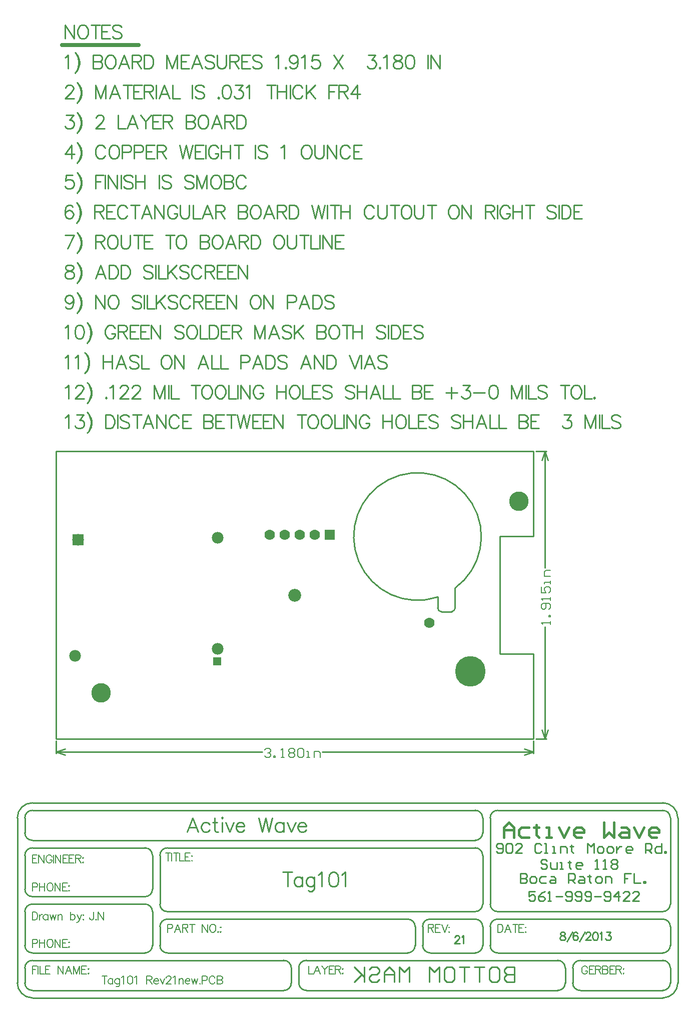
<source format=gbs>
%FSLAX25Y25*%
%MOIN*%
G70*
G01*
G75*
G04 Layer_Color=16711935*
%ADD10R,0.08000X0.03500*%
%ADD11R,0.05000X0.03600*%
%ADD12R,0.03600X0.03600*%
%ADD13R,0.03000X0.03000*%
%ADD14R,0.02362X0.02362*%
%ADD15R,0.03000X0.03000*%
%ADD16C,0.04000*%
%ADD17R,0.07400X0.04500*%
%ADD18C,0.01200*%
%ADD19R,0.10000X0.10000*%
%ADD20R,0.10000X0.07000*%
%ADD21O,0.02400X0.08000*%
%ADD22R,0.03600X0.03600*%
%ADD23R,0.03600X0.05000*%
%ADD24R,0.02362X0.10000*%
%ADD25R,0.02362X0.09000*%
%ADD26R,0.07000X0.02362*%
%ADD27R,0.09000X0.02362*%
%ADD28O,0.01600X0.06000*%
%ADD29R,0.06299X0.05118*%
%ADD30O,0.01600X0.06000*%
%ADD31R,0.02000X0.05000*%
%ADD32R,0.11000X0.04500*%
%ADD33R,0.11811X0.23622*%
%ADD34R,0.01378X0.03543*%
%ADD35R,0.01378X0.03543*%
%ADD36R,0.11024X0.05512*%
%ADD37R,0.07000X0.10000*%
%ADD38R,0.08000X0.12000*%
%ADD39C,0.02500*%
%ADD40C,0.04000*%
%ADD41C,0.01500*%
%ADD42C,0.00800*%
%ADD43C,0.01000*%
%ADD44C,0.01200*%
%ADD45C,0.02000*%
%ADD46C,0.01600*%
%ADD47C,0.01400*%
%ADD48C,0.07400*%
%ADD49C,0.00600*%
%ADD50C,0.00500*%
%ADD51C,0.00900*%
%ADD52C,0.06200*%
%ADD53R,0.06200X0.06200*%
%ADD54R,0.05000X0.05000*%
%ADD55C,0.07000*%
%ADD56C,0.12200*%
%ADD57C,0.07800*%
%ADD58C,0.19500*%
%ADD59C,0.02800*%
%ADD60R,0.07000X0.07000*%
%ADD61C,0.03000*%
%ADD62C,0.00984*%
%ADD63C,0.00598*%
%ADD64R,0.27300X0.01800*%
%ADD65R,0.08800X0.04300*%
%ADD66R,0.05800X0.04400*%
%ADD67R,0.04400X0.04400*%
%ADD68R,0.03800X0.03800*%
%ADD69R,0.03400X0.03400*%
%ADD70R,0.03162X0.03162*%
%ADD71R,0.03800X0.03800*%
%ADD72R,0.03400X0.03400*%
%ADD73C,0.04800*%
%ADD74R,0.08200X0.05300*%
%ADD75R,0.10800X0.10800*%
%ADD76R,0.10800X0.07800*%
%ADD77O,0.03200X0.08800*%
%ADD78R,0.04400X0.04400*%
%ADD79R,0.04400X0.05800*%
%ADD80R,0.02762X0.10400*%
%ADD81R,0.02762X0.09400*%
%ADD82R,0.07400X0.02762*%
%ADD83R,0.09400X0.02762*%
%ADD84O,0.02000X0.06400*%
%ADD85R,0.07099X0.05918*%
%ADD86O,0.02000X0.06400*%
%ADD87R,0.02800X0.05800*%
%ADD88R,0.11800X0.05300*%
%ADD89R,0.12611X0.24422*%
%ADD90R,0.01778X0.03943*%
%ADD91R,0.01778X0.03943*%
%ADD92R,0.11824X0.06312*%
%ADD93R,0.07800X0.10800*%
%ADD94R,0.08800X0.12800*%
%ADD95R,0.05800X0.05800*%
%ADD96C,0.13000*%
%ADD97C,0.08600*%
%ADD98C,0.20300*%
%ADD99R,0.07800X0.07800*%
D39*
X-1040Y457050D02*
X49960D01*
D41*
X293352Y-70690D02*
Y-64025D01*
X296685Y-60693D01*
X300017Y-64025D01*
Y-70690D01*
Y-65691D01*
X293352D01*
X310014Y-64025D02*
X305015D01*
X303349Y-65691D01*
Y-69024D01*
X305015Y-70690D01*
X310014D01*
X315012Y-62359D02*
Y-64025D01*
X313346D01*
X316678D01*
X315012D01*
Y-69024D01*
X316678Y-70690D01*
X321676D02*
X325009D01*
X323342D01*
Y-64025D01*
X321676D01*
X330007D02*
X333339Y-70690D01*
X336672Y-64025D01*
X345002Y-70690D02*
X341670D01*
X340004Y-69024D01*
Y-65691D01*
X341670Y-64025D01*
X345002D01*
X346668Y-65691D01*
Y-67357D01*
X340004D01*
X359997Y-60693D02*
Y-70690D01*
X363330Y-67357D01*
X366662Y-70690D01*
Y-60693D01*
X371660Y-64025D02*
X374992D01*
X376659Y-65691D01*
Y-70690D01*
X371660D01*
X369994Y-69024D01*
X371660Y-67357D01*
X376659D01*
X379991Y-64025D02*
X383323Y-70690D01*
X386655Y-64025D01*
X394986Y-70690D02*
X391654D01*
X389988Y-69024D01*
Y-65691D01*
X391654Y-64025D01*
X394986D01*
X396652Y-65691D01*
Y-67357D01*
X389988D01*
D42*
X20028Y-120491D02*
Y-124554D01*
X19774Y-125315D01*
X19520Y-125569D01*
X19012Y-125823D01*
X18504D01*
X17996Y-125569D01*
X17742Y-125315D01*
X17489Y-124554D01*
Y-124046D01*
X21653Y-125315D02*
X21399Y-125569D01*
X21653Y-125823D01*
X21907Y-125569D01*
X21653Y-125315D01*
X23075Y-120491D02*
Y-125823D01*
Y-120491D02*
X26629Y-125823D01*
Y-120491D02*
Y-125823D01*
D43*
X300261Y-157170D02*
Y-167167D01*
X295262D01*
X293596Y-165501D01*
Y-163835D01*
X295262Y-162169D01*
X300261D01*
X295262D01*
X293596Y-160502D01*
Y-158836D01*
X295262Y-157170D01*
X300261D01*
X285265D02*
X288598D01*
X290264Y-158836D01*
Y-165501D01*
X288598Y-167167D01*
X285265D01*
X283599Y-165501D01*
Y-158836D01*
X285265Y-157170D01*
X280267D02*
X273603D01*
X276935D01*
Y-167167D01*
X270270Y-157170D02*
X263606D01*
X266938D01*
Y-167167D01*
X255275Y-157170D02*
X258607D01*
X260274Y-158836D01*
Y-165501D01*
X258607Y-167167D01*
X255275D01*
X253609Y-165501D01*
Y-158836D01*
X255275Y-157170D01*
X250277Y-167167D02*
Y-157170D01*
X246944Y-160502D01*
X243612Y-157170D01*
Y-167167D01*
X230283D02*
Y-157170D01*
X226951Y-160502D01*
X223619Y-157170D01*
Y-167167D01*
X220286D02*
Y-160502D01*
X216954Y-157170D01*
X213622Y-160502D01*
Y-167167D01*
Y-162169D01*
X220286D01*
X203625Y-158836D02*
X205291Y-157170D01*
X208624D01*
X210290Y-158836D01*
Y-160502D01*
X208624Y-162169D01*
X205291D01*
X203625Y-163835D01*
Y-165501D01*
X205291Y-167167D01*
X208624D01*
X210290Y-165501D01*
X200293Y-157170D02*
Y-167167D01*
Y-163835D01*
X193628Y-157170D01*
X198627Y-162169D01*
X193628Y-167167D01*
X314500Y186500D02*
X321600D01*
X314500Y-5000D02*
X321600D01*
X320600Y108744D02*
Y186500D01*
Y-5000D02*
Y69556D01*
X318600Y180500D02*
X320600Y186500D01*
X322600Y180500D01*
X320600Y-5000D02*
X322600Y1000D01*
X318600D02*
X320600Y-5000D01*
X313000Y-14900D02*
Y-6500D01*
X-5000Y-14900D02*
Y-6500D01*
X172494Y-13900D02*
X313000D01*
X-5000D02*
X132306D01*
X307000Y-11900D02*
X313000Y-13900D01*
X307000Y-15900D02*
X313000Y-13900D01*
X-5000D02*
X1000Y-15900D01*
X-5000Y-13900D02*
X1000Y-11900D01*
X258500Y79700D02*
G03*
X260800Y82000I0J2300D01*
G01*
X249300D02*
G03*
X251600Y79700I2300J0D01*
G01*
X260785Y95320D02*
G03*
X249300Y89401I-24985J34380D01*
G01*
X-5000Y-5000D02*
X313000D01*
X290500Y130000D02*
X313000D01*
X290500Y51400D02*
X313000D01*
X-5000Y-5000D02*
Y186500D01*
X313000Y-5000D02*
Y51400D01*
X290500D02*
Y130000D01*
X313000D02*
Y186500D01*
X-5000D02*
X313000D01*
X260800Y82000D02*
Y95300D01*
X251600Y79700D02*
X258500D01*
X249300Y82000D02*
Y89400D01*
X151692Y-157718D02*
G03*
X146692Y-152718I-5000J0D01*
G01*
X146808Y-172718D02*
G03*
X151690Y-167750I84J4800D01*
G01*
X161692Y-152718D02*
G03*
X156692Y-157718I0J-5000D01*
G01*
Y-167718D02*
G03*
X161605Y-172717I5000J0D01*
G01*
X334192Y-157718D02*
G03*
X329192Y-152718I-5000J0D01*
G01*
X329308Y-172718D02*
G03*
X334190Y-167750I84J4800D01*
G01*
X339192Y-167818D02*
G03*
X344178Y-172717I4900J0D01*
G01*
X344192Y-152718D02*
G03*
X339192Y-157718I0J-5000D01*
G01*
X59192Y-82618D02*
G03*
X54292Y-77718I-4900J0D01*
G01*
X54392Y-110218D02*
G03*
X59192Y-105418I0J4800D01*
G01*
Y-120118D02*
G03*
X54121Y-115221I-4900J0D01*
G01*
X64192Y-115318D02*
G03*
X69092Y-120218I4900J0D01*
G01*
X64192Y-142818D02*
G03*
X69092Y-147718I4900J0D01*
G01*
X54292D02*
G03*
X59192Y-142818I0J4900D01*
G01*
X234192Y-130118D02*
G03*
X229292Y-125218I-4900J0D01*
G01*
Y-147718D02*
G03*
X234191Y-142732I0J4900D01*
G01*
X239192Y-142618D02*
G03*
X244203Y-147717I5100J0D01*
G01*
X243992Y-125218D02*
G03*
X239199Y-130269I0J-4800D01*
G01*
X69192Y-125218D02*
G03*
X64192Y-130218I0J-5000D01*
G01*
X69192Y-77718D02*
G03*
X64192Y-82718I0J-5000D01*
G01*
X-25808Y-142718D02*
G03*
X-20895Y-147717I5000J0D01*
G01*
X-20808Y-115218D02*
G03*
X-25808Y-120218I0J-5000D01*
G01*
Y-105218D02*
G03*
X-20808Y-110218I5000J0D01*
G01*
Y-77718D02*
G03*
X-25808Y-82718I0J-5000D01*
G01*
Y-67718D02*
G03*
X-20808Y-72718I5000J0D01*
G01*
Y-52718D02*
G03*
X-25808Y-57718I0J-5000D01*
G01*
X279192D02*
G03*
X274192Y-52718I-5000J0D01*
G01*
X289192D02*
G03*
X284192Y-57718I0J-5000D01*
G01*
X274192Y-72718D02*
G03*
X279192Y-67718I0J5000D01*
G01*
Y-82718D02*
G03*
X274192Y-77718I-5000J0D01*
G01*
X-20808Y-152718D02*
G03*
X-25808Y-157718I0J-5000D01*
G01*
X274279Y-120218D02*
G03*
X279193Y-115218I-87J5000D01*
G01*
X-25808Y-167718D02*
G03*
X-20895Y-172717I5000J0D01*
G01*
X279192Y-130118D02*
G03*
X274292Y-125218I-4900J0D01*
G01*
X284192Y-142818D02*
G03*
X289177Y-147717I4900J0D01*
G01*
X274192Y-147718D02*
G03*
X279192Y-142718I0J5000D01*
G01*
X399192Y-172718D02*
G03*
X404192Y-167718I0J5000D01*
G01*
X404192Y-157630D02*
G03*
X399192Y-152717I-5000J-87D01*
G01*
Y-147718D02*
G03*
X404192Y-142718I0J5000D01*
G01*
Y-57618D02*
G03*
X399121Y-52721I-4900J0D01*
G01*
X409192Y-57718D02*
G03*
X399192Y-47718I-10000J0D01*
G01*
Y-177718D02*
G03*
X409192Y-167718I0J10000D01*
G01*
X-30808Y-167618D02*
G03*
X-20884Y-177716I10100J0D01*
G01*
X-20808Y-47718D02*
G03*
X-30808Y-57718I0J-10000D01*
G01*
X284192Y-115218D02*
G03*
X289192Y-120218I5000J0D01*
G01*
X399192D02*
G03*
X404192Y-115218I0J5000D01*
G01*
X289192Y-125218D02*
G03*
X284192Y-130218I0J-5000D01*
G01*
X404192Y-130118D02*
G03*
X399292Y-125218I-4900J0D01*
G01*
X161692Y-172718D02*
X329192D01*
X-20808D02*
X146692D01*
X-20808Y-152718D02*
X146692D01*
X161692D02*
X329192D01*
X344192Y-172718D02*
X399192D01*
X344192Y-152718D02*
X399192D01*
X-20808Y-52718D02*
X274192D01*
X-20808Y-177718D02*
X399192D01*
X-20808Y-47718D02*
X399192D01*
X-20808Y-147718D02*
X54192D01*
X-20808Y-115218D02*
X54192D01*
X-20808Y-110218D02*
X54192D01*
X-20808Y-77718D02*
X54192D01*
X-20808Y-72718D02*
X274192D01*
X69192Y-77718D02*
X274192D01*
X69192Y-125218D02*
X229192D01*
X69192Y-147718D02*
X229192D01*
X244192D02*
X274192D01*
X244192Y-125218D02*
X274192D01*
X289192Y-147718D02*
X399192D01*
X289192Y-52718D02*
X399192D01*
X69192Y-120218D02*
X274192D01*
X289192D02*
X399192D01*
X289192Y-125218D02*
X399192D01*
X151692Y-167718D02*
Y-157718D01*
X156692Y-167718D02*
Y-157718D01*
X334192Y-167718D02*
Y-157718D01*
X339192Y-167718D02*
Y-157718D01*
X409192Y-167718D02*
Y-57718D01*
X-25808Y-142718D02*
Y-120218D01*
X59192Y-142718D02*
Y-120218D01*
X-25808Y-105218D02*
Y-82718D01*
X59192Y-105218D02*
Y-82718D01*
X-25808Y-67718D02*
Y-57718D01*
X279192Y-67718D02*
Y-57718D01*
Y-115218D02*
Y-82718D01*
X64192Y-115218D02*
Y-82718D01*
X234192Y-142718D02*
Y-130218D01*
X64192Y-142718D02*
Y-130218D01*
X239192Y-142718D02*
Y-130218D01*
X279192Y-142718D02*
Y-130218D01*
X404192Y-167718D02*
Y-157718D01*
X-25808Y-167718D02*
Y-157718D01*
X-30808Y-167718D02*
Y-57718D01*
X284192Y-115218D02*
Y-57718D01*
X404192Y-115218D02*
Y-57718D01*
X284192Y-142718D02*
Y-130218D01*
X404192Y-142718D02*
Y-130118D01*
X304352Y-94792D02*
Y-101190D01*
X307551D01*
X308617Y-100123D01*
Y-99057D01*
X307551Y-97991D01*
X304352D01*
X307551D01*
X308617Y-96925D01*
Y-95858D01*
X307551Y-94792D01*
X304352D01*
X311817Y-101190D02*
X313949D01*
X315016Y-100123D01*
Y-97991D01*
X313949Y-96925D01*
X311817D01*
X310750Y-97991D01*
Y-100123D01*
X311817Y-101190D01*
X321413Y-96925D02*
X318214D01*
X317148Y-97991D01*
Y-100123D01*
X318214Y-101190D01*
X321413D01*
X324612Y-96925D02*
X326745D01*
X327811Y-97991D01*
Y-101190D01*
X324612D01*
X323546Y-100123D01*
X324612Y-99057D01*
X327811D01*
X336342Y-101190D02*
Y-94792D01*
X339541D01*
X340607Y-95858D01*
Y-97991D01*
X339541Y-99057D01*
X336342D01*
X338474D02*
X340607Y-101190D01*
X343806Y-96925D02*
X345939D01*
X347005Y-97991D01*
Y-101190D01*
X343806D01*
X342740Y-100123D01*
X343806Y-99057D01*
X347005D01*
X350204Y-95858D02*
Y-96925D01*
X349138D01*
X351270D01*
X350204D01*
Y-100123D01*
X351270Y-101190D01*
X355536D02*
X357668D01*
X358735Y-100123D01*
Y-97991D01*
X357668Y-96925D01*
X355536D01*
X354469Y-97991D01*
Y-100123D01*
X355536Y-101190D01*
X360867D02*
Y-96925D01*
X364066D01*
X365133Y-97991D01*
Y-101190D01*
X377928Y-94792D02*
X373663D01*
Y-97991D01*
X375796D01*
X373663D01*
Y-101190D01*
X380061Y-94792D02*
Y-101190D01*
X384326D01*
X386459D02*
Y-100123D01*
X387525D01*
Y-101190D01*
X386459D01*
X288352Y-80123D02*
X289419Y-81190D01*
X291551D01*
X292618Y-80123D01*
Y-75858D01*
X291551Y-74792D01*
X289419D01*
X288352Y-75858D01*
Y-76925D01*
X289419Y-77991D01*
X292618D01*
X294750Y-75858D02*
X295816Y-74792D01*
X297949D01*
X299015Y-75858D01*
Y-80123D01*
X297949Y-81190D01*
X295816D01*
X294750Y-80123D01*
Y-75858D01*
X305413Y-81190D02*
X301148D01*
X305413Y-76925D01*
Y-75858D01*
X304347Y-74792D01*
X302214D01*
X301148Y-75858D01*
X318209D02*
X317143Y-74792D01*
X315010D01*
X313944Y-75858D01*
Y-80123D01*
X315010Y-81190D01*
X317143D01*
X318209Y-80123D01*
X320342Y-81190D02*
X322475D01*
X321408D01*
Y-74792D01*
X320342D01*
X325674Y-81190D02*
X327806D01*
X326740D01*
Y-76925D01*
X325674D01*
X331005Y-81190D02*
Y-76925D01*
X334204D01*
X335270Y-77991D01*
Y-81190D01*
X338469Y-75858D02*
Y-76925D01*
X337403D01*
X339536D01*
X338469D01*
Y-80123D01*
X339536Y-81190D01*
X349133D02*
Y-74792D01*
X351265Y-76925D01*
X353398Y-74792D01*
Y-81190D01*
X356597D02*
X358730D01*
X359796Y-80123D01*
Y-77991D01*
X358730Y-76925D01*
X356597D01*
X355531Y-77991D01*
Y-80123D01*
X356597Y-81190D01*
X362995D02*
X365127D01*
X366194Y-80123D01*
Y-77991D01*
X365127Y-76925D01*
X362995D01*
X361928Y-77991D01*
Y-80123D01*
X362995Y-81190D01*
X368326Y-76925D02*
Y-81190D01*
Y-79057D01*
X369393Y-77991D01*
X370459Y-76925D01*
X371525D01*
X377923Y-81190D02*
X375791D01*
X374724Y-80123D01*
Y-77991D01*
X375791Y-76925D01*
X377923D01*
X378990Y-77991D01*
Y-79057D01*
X374724D01*
X387520Y-81190D02*
Y-74792D01*
X390719D01*
X391785Y-75858D01*
Y-77991D01*
X390719Y-79057D01*
X387520D01*
X389653D02*
X391785Y-81190D01*
X398183Y-74792D02*
Y-81190D01*
X394984D01*
X393918Y-80123D01*
Y-77991D01*
X394984Y-76925D01*
X398183D01*
X400316Y-81190D02*
Y-80123D01*
X401382D01*
Y-81190D01*
X400316D01*
X314118Y-106792D02*
X309852D01*
Y-109991D01*
X311985Y-108924D01*
X313051D01*
X314118Y-109991D01*
Y-112123D01*
X313051Y-113190D01*
X310919D01*
X309852Y-112123D01*
X320515Y-106792D02*
X318383Y-107858D01*
X316250Y-109991D01*
Y-112123D01*
X317317Y-113190D01*
X319449D01*
X320515Y-112123D01*
Y-111057D01*
X319449Y-109991D01*
X316250D01*
X322648Y-113190D02*
X324781D01*
X323714D01*
Y-106792D01*
X322648Y-107858D01*
X327980Y-109991D02*
X332245D01*
X334378Y-112123D02*
X335444Y-113190D01*
X337577D01*
X338643Y-112123D01*
Y-107858D01*
X337577Y-106792D01*
X335444D01*
X334378Y-107858D01*
Y-108924D01*
X335444Y-109991D01*
X338643D01*
X340776Y-112123D02*
X341842Y-113190D01*
X343974D01*
X345041Y-112123D01*
Y-107858D01*
X343974Y-106792D01*
X341842D01*
X340776Y-107858D01*
Y-108924D01*
X341842Y-109991D01*
X345041D01*
X347174Y-112123D02*
X348240Y-113190D01*
X350373D01*
X351439Y-112123D01*
Y-107858D01*
X350373Y-106792D01*
X348240D01*
X347174Y-107858D01*
Y-108924D01*
X348240Y-109991D01*
X351439D01*
X353571D02*
X357837D01*
X359969Y-112123D02*
X361036Y-113190D01*
X363168D01*
X364235Y-112123D01*
Y-107858D01*
X363168Y-106792D01*
X361036D01*
X359969Y-107858D01*
Y-108924D01*
X361036Y-109991D01*
X364235D01*
X369566Y-113190D02*
Y-106792D01*
X366367Y-109991D01*
X370633D01*
X377030Y-113190D02*
X372765D01*
X377030Y-108924D01*
Y-107858D01*
X375964Y-106792D01*
X373832D01*
X372765Y-107858D01*
X383428Y-113190D02*
X379163D01*
X383428Y-108924D01*
Y-107858D01*
X382362Y-106792D01*
X380229D01*
X379163Y-107858D01*
X322117Y-86358D02*
X321051Y-85292D01*
X318919D01*
X317852Y-86358D01*
Y-87424D01*
X318919Y-88491D01*
X321051D01*
X322117Y-89557D01*
Y-90623D01*
X321051Y-91690D01*
X318919D01*
X317852Y-90623D01*
X324250Y-87424D02*
Y-90623D01*
X325317Y-91690D01*
X328516D01*
Y-87424D01*
X330648Y-91690D02*
X332781D01*
X331714D01*
Y-87424D01*
X330648D01*
X337046Y-86358D02*
Y-87424D01*
X335980D01*
X338112D01*
X337046D01*
Y-90623D01*
X338112Y-91690D01*
X344510D02*
X342378D01*
X341311Y-90623D01*
Y-88491D01*
X342378Y-87424D01*
X344510D01*
X345577Y-88491D01*
Y-89557D01*
X341311D01*
X354107Y-91690D02*
X356240D01*
X355173D01*
Y-85292D01*
X354107Y-86358D01*
X359439Y-91690D02*
X361571D01*
X360505D01*
Y-85292D01*
X359439Y-86358D01*
X364770D02*
X365837Y-85292D01*
X367969D01*
X369036Y-86358D01*
Y-87424D01*
X367969Y-88491D01*
X369036Y-89557D01*
Y-90623D01*
X367969Y-91690D01*
X365837D01*
X364770Y-90623D01*
Y-89557D01*
X365837Y-88491D01*
X364770Y-87424D01*
Y-86358D01*
X365837Y-88491D02*
X367969D01*
X1060Y209034D02*
X1917Y209463D01*
X3202Y210748D01*
Y201750D01*
X8515Y210748D02*
X13228D01*
X10658Y207320D01*
X11943D01*
X12800Y206892D01*
X13228Y206463D01*
X13657Y205178D01*
Y204321D01*
X13228Y203035D01*
X12371Y202179D01*
X11086Y201750D01*
X9801D01*
X8515Y202179D01*
X8087Y202607D01*
X7658Y203464D01*
X15671Y212462D02*
X16528Y211605D01*
X17385Y210320D01*
X18242Y208606D01*
X18670Y206463D01*
Y204749D01*
X18242Y202607D01*
X17385Y200893D01*
X16528Y199608D01*
X15671Y198751D01*
X16528Y211605D02*
X17385Y209891D01*
X17813Y208606D01*
X18242Y206463D01*
Y204749D01*
X17813Y202607D01*
X17385Y201322D01*
X16528Y199608D01*
X27925Y210748D02*
Y201750D01*
Y210748D02*
X30925D01*
X32210Y210320D01*
X33067Y209463D01*
X33496Y208606D01*
X33924Y207320D01*
Y205178D01*
X33496Y203892D01*
X33067Y203035D01*
X32210Y202179D01*
X30925Y201750D01*
X27925D01*
X35938Y210748D02*
Y201750D01*
X43822Y209463D02*
X42965Y210320D01*
X41679Y210748D01*
X39966D01*
X38680Y210320D01*
X37823Y209463D01*
Y208606D01*
X38252Y207749D01*
X38680Y207320D01*
X39537Y206892D01*
X42108Y206035D01*
X42965Y205606D01*
X43393Y205178D01*
X43822Y204321D01*
Y203035D01*
X42965Y202179D01*
X41679Y201750D01*
X39966D01*
X38680Y202179D01*
X37823Y203035D01*
X48835Y210748D02*
Y201750D01*
X45836Y210748D02*
X51834D01*
X59761Y201750D02*
X56334Y210748D01*
X52906Y201750D01*
X54191Y204749D02*
X58476D01*
X61861Y210748D02*
Y201750D01*
Y210748D02*
X67860Y201750D01*
Y210748D02*
Y201750D01*
X76772Y208606D02*
X76344Y209463D01*
X75486Y210320D01*
X74629Y210748D01*
X72916D01*
X72059Y210320D01*
X71202Y209463D01*
X70773Y208606D01*
X70345Y207320D01*
Y205178D01*
X70773Y203892D01*
X71202Y203035D01*
X72059Y202179D01*
X72916Y201750D01*
X74629D01*
X75486Y202179D01*
X76344Y203035D01*
X76772Y203892D01*
X84870Y210748D02*
X79300D01*
Y201750D01*
X84870D01*
X79300Y206463D02*
X82728D01*
X93440Y210748D02*
Y201750D01*
Y210748D02*
X97296D01*
X98582Y210320D01*
X99010Y209891D01*
X99439Y209034D01*
Y208177D01*
X99010Y207320D01*
X98582Y206892D01*
X97296Y206463D01*
X93440D02*
X97296D01*
X98582Y206035D01*
X99010Y205606D01*
X99439Y204749D01*
Y203464D01*
X99010Y202607D01*
X98582Y202179D01*
X97296Y201750D01*
X93440D01*
X107023Y210748D02*
X101452D01*
Y201750D01*
X107023D01*
X101452Y206463D02*
X104880D01*
X111522Y210748D02*
Y201750D01*
X108522Y210748D02*
X114521D01*
X115592D02*
X117735Y201750D01*
X119877Y210748D02*
X117735Y201750D01*
X119877Y210748D02*
X122019Y201750D01*
X124162Y210748D02*
X122019Y201750D01*
X131532Y210748D02*
X125961D01*
Y201750D01*
X131532D01*
X125961Y206463D02*
X129389D01*
X138602Y210748D02*
X133031D01*
Y201750D01*
X138602D01*
X133031Y206463D02*
X136459D01*
X140101Y210748D02*
Y201750D01*
Y210748D02*
X146100Y201750D01*
Y210748D02*
Y201750D01*
X158654Y210748D02*
Y201750D01*
X155655Y210748D02*
X161654D01*
X165296D02*
X164439Y210320D01*
X163582Y209463D01*
X163153Y208606D01*
X162725Y207320D01*
Y205178D01*
X163153Y203892D01*
X163582Y203035D01*
X164439Y202179D01*
X165296Y201750D01*
X167010D01*
X167867Y202179D01*
X168724Y203035D01*
X169152Y203892D01*
X169581Y205178D01*
Y207320D01*
X169152Y208606D01*
X168724Y209463D01*
X167867Y210320D01*
X167010Y210748D01*
X165296D01*
X174251D02*
X173394Y210320D01*
X172537Y209463D01*
X172109Y208606D01*
X171680Y207320D01*
Y205178D01*
X172109Y203892D01*
X172537Y203035D01*
X173394Y202179D01*
X174251Y201750D01*
X175965D01*
X176822Y202179D01*
X177679Y203035D01*
X178107Y203892D01*
X178536Y205178D01*
Y207320D01*
X178107Y208606D01*
X177679Y209463D01*
X176822Y210320D01*
X175965Y210748D01*
X174251D01*
X180635D02*
Y201750D01*
X185777D01*
X186763Y210748D02*
Y201750D01*
X188648Y210748D02*
Y201750D01*
Y210748D02*
X194647Y201750D01*
Y210748D02*
Y201750D01*
X203559Y208606D02*
X203131Y209463D01*
X202274Y210320D01*
X201417Y210748D01*
X199703D01*
X198846Y210320D01*
X197989Y209463D01*
X197560Y208606D01*
X197132Y207320D01*
Y205178D01*
X197560Y203892D01*
X197989Y203035D01*
X198846Y202179D01*
X199703Y201750D01*
X201417D01*
X202274Y202179D01*
X203131Y203035D01*
X203559Y203892D01*
Y205178D01*
X201417D02*
X203559D01*
X212686Y210748D02*
Y201750D01*
X218684Y210748D02*
Y201750D01*
X212686Y206463D02*
X218684D01*
X223740Y210748D02*
X222884Y210320D01*
X222026Y209463D01*
X221598Y208606D01*
X221169Y207320D01*
Y205178D01*
X221598Y203892D01*
X222026Y203035D01*
X222884Y202179D01*
X223740Y201750D01*
X225454D01*
X226311Y202179D01*
X227168Y203035D01*
X227597Y203892D01*
X228025Y205178D01*
Y207320D01*
X227597Y208606D01*
X227168Y209463D01*
X226311Y210320D01*
X225454Y210748D01*
X223740D01*
X230125D02*
Y201750D01*
X235266D01*
X241822Y210748D02*
X236252D01*
Y201750D01*
X241822D01*
X236252Y206463D02*
X239680D01*
X249321Y209463D02*
X248464Y210320D01*
X247178Y210748D01*
X245464D01*
X244179Y210320D01*
X243322Y209463D01*
Y208606D01*
X243750Y207749D01*
X244179Y207320D01*
X245036Y206892D01*
X247607Y206035D01*
X248464Y205606D01*
X248892Y205178D01*
X249321Y204321D01*
Y203035D01*
X248464Y202179D01*
X247178Y201750D01*
X245464D01*
X244179Y202179D01*
X243322Y203035D01*
X264403Y209463D02*
X263546Y210320D01*
X262261Y210748D01*
X260547D01*
X259261Y210320D01*
X258404Y209463D01*
Y208606D01*
X258833Y207749D01*
X259261Y207320D01*
X260118Y206892D01*
X262689Y206035D01*
X263546Y205606D01*
X263975Y205178D01*
X264403Y204321D01*
Y203035D01*
X263546Y202179D01*
X262261Y201750D01*
X260547D01*
X259261Y202179D01*
X258404Y203035D01*
X266417Y210748D02*
Y201750D01*
X272416Y210748D02*
Y201750D01*
X266417Y206463D02*
X272416D01*
X281757Y201750D02*
X278329Y210748D01*
X274901Y201750D01*
X276186Y204749D02*
X280471D01*
X283856Y210748D02*
Y201750D01*
X288998D01*
X289983Y210748D02*
Y201750D01*
X295125D01*
X303181Y210748D02*
Y201750D01*
Y210748D02*
X307037D01*
X308322Y210320D01*
X308751Y209891D01*
X309179Y209034D01*
Y208177D01*
X308751Y207320D01*
X308322Y206892D01*
X307037Y206463D01*
X303181D02*
X307037D01*
X308322Y206035D01*
X308751Y205606D01*
X309179Y204749D01*
Y203464D01*
X308751Y202607D01*
X308322Y202179D01*
X307037Y201750D01*
X303181D01*
X316763Y210748D02*
X311193D01*
Y201750D01*
X316763D01*
X311193Y206463D02*
X314621D01*
X333260Y210748D02*
X337973D01*
X335402Y207320D01*
X336688D01*
X337545Y206892D01*
X337973Y206463D01*
X338402Y205178D01*
Y204321D01*
X337973Y203035D01*
X337116Y202179D01*
X335831Y201750D01*
X334545D01*
X333260Y202179D01*
X332831Y202607D01*
X332403Y203464D01*
X347485Y210748D02*
Y201750D01*
Y210748D02*
X350913Y201750D01*
X354341Y210748D02*
X350913Y201750D01*
X354341Y210748D02*
Y201750D01*
X356912Y210748D02*
Y201750D01*
X358797Y210748D02*
Y201750D01*
X363939D01*
X370923Y209463D02*
X370066Y210320D01*
X368781Y210748D01*
X367067D01*
X365781Y210320D01*
X364924Y209463D01*
Y208606D01*
X365353Y207749D01*
X365781Y207320D01*
X366638Y206892D01*
X369209Y206035D01*
X370066Y205606D01*
X370495Y205178D01*
X370923Y204321D01*
Y203035D01*
X370066Y202179D01*
X368781Y201750D01*
X367067D01*
X365781Y202179D01*
X364924Y203035D01*
X960Y248834D02*
X1817Y249263D01*
X3102Y250548D01*
Y241550D01*
X7558Y248834D02*
X8415Y249263D01*
X9701Y250548D01*
Y241550D01*
X14157Y252262D02*
X15014Y251405D01*
X15871Y250120D01*
X16728Y248406D01*
X17156Y246263D01*
Y244549D01*
X16728Y242407D01*
X15871Y240693D01*
X15014Y239408D01*
X14157Y238551D01*
X15014Y251405D02*
X15871Y249691D01*
X16299Y248406D01*
X16728Y246263D01*
Y244549D01*
X16299Y242407D01*
X15871Y241122D01*
X15014Y239408D01*
X26411Y250548D02*
Y241550D01*
X32410Y250548D02*
Y241550D01*
X26411Y246263D02*
X32410D01*
X41751Y241550D02*
X38323Y250548D01*
X34895Y241550D01*
X36181Y244549D02*
X40465D01*
X49849Y249263D02*
X48992Y250120D01*
X47707Y250548D01*
X45993D01*
X44707Y250120D01*
X43850Y249263D01*
Y248406D01*
X44279Y247549D01*
X44707Y247120D01*
X45564Y246692D01*
X48135Y245835D01*
X48992Y245406D01*
X49421Y244978D01*
X49849Y244121D01*
Y242835D01*
X48992Y241979D01*
X47707Y241550D01*
X45993D01*
X44707Y241979D01*
X43850Y242835D01*
X51863Y250548D02*
Y241550D01*
X57005D01*
X67631Y250548D02*
X66774Y250120D01*
X65917Y249263D01*
X65489Y248406D01*
X65060Y247120D01*
Y244978D01*
X65489Y243692D01*
X65917Y242835D01*
X66774Y241979D01*
X67631Y241550D01*
X69345D01*
X70202Y241979D01*
X71059Y242835D01*
X71487Y243692D01*
X71916Y244978D01*
Y247120D01*
X71487Y248406D01*
X71059Y249263D01*
X70202Y250120D01*
X69345Y250548D01*
X67631D01*
X74015D02*
Y241550D01*
Y250548D02*
X80014Y241550D01*
Y250548D02*
Y241550D01*
X96425D02*
X92997Y250548D01*
X89569Y241550D01*
X90855Y244549D02*
X95139D01*
X98524Y250548D02*
Y241550D01*
X103666D01*
X104652Y250548D02*
Y241550D01*
X109793D01*
X117849Y245835D02*
X121705D01*
X122991Y246263D01*
X123419Y246692D01*
X123847Y247549D01*
Y248834D01*
X123419Y249691D01*
X122991Y250120D01*
X121705Y250548D01*
X117849D01*
Y241550D01*
X132717D02*
X129289Y250548D01*
X125861Y241550D01*
X127147Y244549D02*
X131432D01*
X134817Y250548D02*
Y241550D01*
Y250548D02*
X137816D01*
X139101Y250120D01*
X139958Y249263D01*
X140387Y248406D01*
X140815Y247120D01*
Y244978D01*
X140387Y243692D01*
X139958Y242835D01*
X139101Y241979D01*
X137816Y241550D01*
X134817D01*
X148828Y249263D02*
X147971Y250120D01*
X146686Y250548D01*
X144972D01*
X143686Y250120D01*
X142829Y249263D01*
Y248406D01*
X143258Y247549D01*
X143686Y247120D01*
X144543Y246692D01*
X147114Y245835D01*
X147971Y245406D01*
X148399Y244978D01*
X148828Y244121D01*
Y242835D01*
X147971Y241979D01*
X146686Y241550D01*
X144972D01*
X143686Y241979D01*
X142829Y242835D01*
X164767Y241550D02*
X161339Y250548D01*
X157912Y241550D01*
X159197Y244549D02*
X163482D01*
X166867Y250548D02*
Y241550D01*
Y250548D02*
X172866Y241550D01*
Y250548D02*
Y241550D01*
X175351Y250548D02*
Y241550D01*
Y250548D02*
X178350D01*
X179636Y250120D01*
X180493Y249263D01*
X180921Y248406D01*
X181350Y247120D01*
Y244978D01*
X180921Y243692D01*
X180493Y242835D01*
X179636Y241979D01*
X178350Y241550D01*
X175351D01*
X190433Y250548D02*
X193861Y241550D01*
X197289Y250548D02*
X193861Y241550D01*
X198446Y250548D02*
Y241550D01*
X207187D02*
X203759Y250548D01*
X200331Y241550D01*
X201617Y244549D02*
X205901D01*
X215285Y249263D02*
X214428Y250120D01*
X213143Y250548D01*
X211429D01*
X210143Y250120D01*
X209286Y249263D01*
Y248406D01*
X209715Y247549D01*
X210143Y247120D01*
X211000Y246692D01*
X213571Y245835D01*
X214428Y245406D01*
X214857Y244978D01*
X215285Y244121D01*
Y242835D01*
X214428Y241979D01*
X213143Y241550D01*
X211429D01*
X210143Y241979D01*
X209286Y242835D01*
X1388Y428406D02*
Y428834D01*
X1817Y429691D01*
X2245Y430120D01*
X3102Y430548D01*
X4816D01*
X5673Y430120D01*
X6101Y429691D01*
X6530Y428834D01*
Y427977D01*
X6101Y427120D01*
X5244Y425835D01*
X960Y421550D01*
X6958D01*
X8972Y432262D02*
X9829Y431405D01*
X10686Y430120D01*
X11543Y428406D01*
X11971Y426263D01*
Y424549D01*
X11543Y422407D01*
X10686Y420693D01*
X9829Y419408D01*
X8972Y418551D01*
X9829Y431405D02*
X10686Y429691D01*
X11115Y428406D01*
X11543Y426263D01*
Y424549D01*
X11115Y422407D01*
X10686Y421122D01*
X9829Y419408D01*
X21227Y430548D02*
Y421550D01*
Y430548D02*
X24655Y421550D01*
X28082Y430548D02*
X24655Y421550D01*
X28082Y430548D02*
Y421550D01*
X37509D02*
X34081Y430548D01*
X30653Y421550D01*
X31939Y424549D02*
X36224D01*
X42608Y430548D02*
Y421550D01*
X39608Y430548D02*
X45607D01*
X52249D02*
X46678D01*
Y421550D01*
X52249D01*
X46678Y426263D02*
X50106D01*
X53748Y430548D02*
Y421550D01*
Y430548D02*
X57605D01*
X58890Y430120D01*
X59319Y429691D01*
X59747Y428834D01*
Y427977D01*
X59319Y427120D01*
X58890Y426692D01*
X57605Y426263D01*
X53748D01*
X56748D02*
X59747Y421550D01*
X61761Y430548D02*
Y421550D01*
X70502D02*
X67074Y430548D01*
X63646Y421550D01*
X64932Y424549D02*
X69216D01*
X72601Y430548D02*
Y421550D01*
X77743D01*
X85799Y430548D02*
Y421550D01*
X93683Y429263D02*
X92826Y430120D01*
X91540Y430548D01*
X89826D01*
X88541Y430120D01*
X87684Y429263D01*
Y428406D01*
X88112Y427549D01*
X88541Y427120D01*
X89398Y426692D01*
X91969Y425835D01*
X92826Y425406D01*
X93254Y424978D01*
X93683Y424121D01*
Y422835D01*
X92826Y421979D01*
X91540Y421550D01*
X89826D01*
X88541Y421979D01*
X87684Y422835D01*
X103195Y422407D02*
X102766Y421979D01*
X103195Y421550D01*
X103623Y421979D01*
X103195Y422407D01*
X108165Y430548D02*
X106880Y430120D01*
X106023Y428834D01*
X105594Y426692D01*
Y425406D01*
X106023Y423264D01*
X106880Y421979D01*
X108165Y421550D01*
X109022D01*
X110308Y421979D01*
X111164Y423264D01*
X111593Y425406D01*
Y426692D01*
X111164Y428834D01*
X110308Y430120D01*
X109022Y430548D01*
X108165D01*
X114464D02*
X119177D01*
X116606Y427120D01*
X117892D01*
X118749Y426692D01*
X119177Y426263D01*
X119606Y424978D01*
Y424121D01*
X119177Y422835D01*
X118320Y421979D01*
X117035Y421550D01*
X115749D01*
X114464Y421979D01*
X114035Y422407D01*
X113607Y423264D01*
X121619Y428834D02*
X122476Y429263D01*
X123762Y430548D01*
Y421550D01*
X138287Y430548D02*
Y421550D01*
X135288Y430548D02*
X141287D01*
X142358D02*
Y421550D01*
X148357Y430548D02*
Y421550D01*
X142358Y426263D02*
X148357D01*
X150842Y430548D02*
Y421550D01*
X159154Y428406D02*
X158726Y429263D01*
X157869Y430120D01*
X157012Y430548D01*
X155298D01*
X154441Y430120D01*
X153584Y429263D01*
X153156Y428406D01*
X152727Y427120D01*
Y424978D01*
X153156Y423692D01*
X153584Y422835D01*
X154441Y421979D01*
X155298Y421550D01*
X157012D01*
X157869Y421979D01*
X158726Y422835D01*
X159154Y423692D01*
X161682Y430548D02*
Y421550D01*
X167681Y430548D02*
X161682Y424549D01*
X163825Y426692D02*
X167681Y421550D01*
X176765Y430548D02*
Y421550D01*
Y430548D02*
X182335D01*
X176765Y426263D02*
X180193D01*
X183363Y430548D02*
Y421550D01*
Y430548D02*
X187220D01*
X188505Y430120D01*
X188934Y429691D01*
X189362Y428834D01*
Y427977D01*
X188934Y427120D01*
X188505Y426692D01*
X187220Y426263D01*
X183363D01*
X186363D02*
X189362Y421550D01*
X195661Y430548D02*
X191376Y424549D01*
X197803D01*
X195661Y430548D02*
Y421550D01*
X6530Y287549D02*
X6101Y286263D01*
X5244Y285406D01*
X3959Y284978D01*
X3531D01*
X2245Y285406D01*
X1388Y286263D01*
X960Y287549D01*
Y287977D01*
X1388Y289263D01*
X2245Y290120D01*
X3531Y290548D01*
X3959D01*
X5244Y290120D01*
X6101Y289263D01*
X6530Y287549D01*
Y285406D01*
X6101Y283264D01*
X5244Y281979D01*
X3959Y281550D01*
X3102D01*
X1817Y281979D01*
X1388Y282835D01*
X8972Y292262D02*
X9829Y291405D01*
X10686Y290120D01*
X11543Y288406D01*
X11971Y286263D01*
Y284549D01*
X11543Y282407D01*
X10686Y280693D01*
X9829Y279408D01*
X8972Y278551D01*
X9829Y291405D02*
X10686Y289691D01*
X11115Y288406D01*
X11543Y286263D01*
Y284549D01*
X11115Y282407D01*
X10686Y281121D01*
X9829Y279408D01*
X21227Y290548D02*
Y281550D01*
Y290548D02*
X27225Y281550D01*
Y290548D02*
Y281550D01*
X32282Y290548D02*
X31424Y290120D01*
X30567Y289263D01*
X30139Y288406D01*
X29711Y287120D01*
Y284978D01*
X30139Y283692D01*
X30567Y282835D01*
X31424Y281979D01*
X32282Y281550D01*
X33995D01*
X34852Y281979D01*
X35709Y282835D01*
X36138Y283692D01*
X36566Y284978D01*
Y287120D01*
X36138Y288406D01*
X35709Y289263D01*
X34852Y290120D01*
X33995Y290548D01*
X32282D01*
X51734Y289263D02*
X50877Y290120D01*
X49592Y290548D01*
X47878D01*
X46593Y290120D01*
X45736Y289263D01*
Y288406D01*
X46164Y287549D01*
X46593Y287120D01*
X47450Y286692D01*
X50020Y285835D01*
X50877Y285406D01*
X51306Y284978D01*
X51734Y284121D01*
Y282835D01*
X50877Y281979D01*
X49592Y281550D01*
X47878D01*
X46593Y281979D01*
X45736Y282835D01*
X53748Y290548D02*
Y281550D01*
X55634Y290548D02*
Y281550D01*
X60775D01*
X61761Y290548D02*
Y281550D01*
X67760Y290548D02*
X61761Y284549D01*
X63903Y286692D02*
X67760Y281550D01*
X75772Y289263D02*
X74915Y290120D01*
X73630Y290548D01*
X71916D01*
X70630Y290120D01*
X69773Y289263D01*
Y288406D01*
X70202Y287549D01*
X70630Y287120D01*
X71487Y286692D01*
X74058Y285835D01*
X74915Y285406D01*
X75344Y284978D01*
X75772Y284121D01*
Y282835D01*
X74915Y281979D01*
X73630Y281550D01*
X71916D01*
X70630Y281979D01*
X69773Y282835D01*
X84213Y288406D02*
X83785Y289263D01*
X82928Y290120D01*
X82071Y290548D01*
X80357D01*
X79500Y290120D01*
X78643Y289263D01*
X78215Y288406D01*
X77786Y287120D01*
Y284978D01*
X78215Y283692D01*
X78643Y282835D01*
X79500Y281979D01*
X80357Y281550D01*
X82071D01*
X82928Y281979D01*
X83785Y282835D01*
X84213Y283692D01*
X86741Y290548D02*
Y281550D01*
Y290548D02*
X90597D01*
X91883Y290120D01*
X92311Y289691D01*
X92740Y288834D01*
Y287977D01*
X92311Y287120D01*
X91883Y286692D01*
X90597Y286263D01*
X86741D01*
X89741D02*
X92740Y281550D01*
X100324Y290548D02*
X94754D01*
Y281550D01*
X100324D01*
X94754Y286263D02*
X98182D01*
X107394Y290548D02*
X101824D01*
Y281550D01*
X107394D01*
X101824Y286263D02*
X105252D01*
X108894Y290548D02*
Y281550D01*
Y290548D02*
X114892Y281550D01*
Y290548D02*
Y281550D01*
X127018Y290548D02*
X126161Y290120D01*
X125304Y289263D01*
X124876Y288406D01*
X124447Y287120D01*
Y284978D01*
X124876Y283692D01*
X125304Y282835D01*
X126161Y281979D01*
X127018Y281550D01*
X128732D01*
X129589Y281979D01*
X130446Y282835D01*
X130875Y283692D01*
X131303Y284978D01*
Y287120D01*
X130875Y288406D01*
X130446Y289263D01*
X129589Y290120D01*
X128732Y290548D01*
X127018D01*
X133403D02*
Y281550D01*
Y290548D02*
X139401Y281550D01*
Y290548D02*
Y281550D01*
X148956Y285835D02*
X152813D01*
X154098Y286263D01*
X154527Y286692D01*
X154955Y287549D01*
Y288834D01*
X154527Y289691D01*
X154098Y290120D01*
X152813Y290548D01*
X148956D01*
Y281550D01*
X163825D02*
X160397Y290548D01*
X156969Y281550D01*
X158254Y284549D02*
X162539D01*
X165924Y290548D02*
Y281550D01*
Y290548D02*
X168924D01*
X170209Y290120D01*
X171066Y289263D01*
X171494Y288406D01*
X171923Y287120D01*
Y284978D01*
X171494Y283692D01*
X171066Y282835D01*
X170209Y281979D01*
X168924Y281550D01*
X165924D01*
X179936Y289263D02*
X179079Y290120D01*
X177793Y290548D01*
X176079D01*
X174794Y290120D01*
X173937Y289263D01*
Y288406D01*
X174365Y287549D01*
X174794Y287120D01*
X175651Y286692D01*
X178222Y285835D01*
X179079Y285406D01*
X179507Y284978D01*
X179936Y284121D01*
Y282835D01*
X179079Y281979D01*
X177793Y281550D01*
X176079D01*
X174794Y281979D01*
X173937Y282835D01*
X3102Y310548D02*
X1817Y310120D01*
X1388Y309263D01*
Y308406D01*
X1817Y307549D01*
X2674Y307120D01*
X4387Y306692D01*
X5673Y306263D01*
X6530Y305406D01*
X6958Y304549D01*
Y303264D01*
X6530Y302407D01*
X6101Y301978D01*
X4816Y301550D01*
X3102D01*
X1817Y301978D01*
X1388Y302407D01*
X960Y303264D01*
Y304549D01*
X1388Y305406D01*
X2245Y306263D01*
X3531Y306692D01*
X5244Y307120D01*
X6101Y307549D01*
X6530Y308406D01*
Y309263D01*
X6101Y310120D01*
X4816Y310548D01*
X3102D01*
X8972Y312262D02*
X9829Y311405D01*
X10686Y310120D01*
X11543Y308406D01*
X11971Y306263D01*
Y304549D01*
X11543Y302407D01*
X10686Y300693D01*
X9829Y299408D01*
X8972Y298551D01*
X9829Y311405D02*
X10686Y309691D01*
X11115Y308406D01*
X11543Y306263D01*
Y304549D01*
X11115Y302407D01*
X10686Y301121D01*
X9829Y299408D01*
X28082Y301550D02*
X24655Y310548D01*
X21227Y301550D01*
X22512Y304549D02*
X26797D01*
X30182Y310548D02*
Y301550D01*
Y310548D02*
X33181D01*
X34467Y310120D01*
X35324Y309263D01*
X35752Y308406D01*
X36181Y307120D01*
Y304978D01*
X35752Y303692D01*
X35324Y302835D01*
X34467Y301978D01*
X33181Y301550D01*
X30182D01*
X38195Y310548D02*
Y301550D01*
Y310548D02*
X41194D01*
X42479Y310120D01*
X43336Y309263D01*
X43765Y308406D01*
X44193Y307120D01*
Y304978D01*
X43765Y303692D01*
X43336Y302835D01*
X42479Y301978D01*
X41194Y301550D01*
X38195D01*
X59276Y309263D02*
X58419Y310120D01*
X57133Y310548D01*
X55419D01*
X54134Y310120D01*
X53277Y309263D01*
Y308406D01*
X53705Y307549D01*
X54134Y307120D01*
X54991Y306692D01*
X57562Y305835D01*
X58419Y305406D01*
X58847Y304978D01*
X59276Y304121D01*
Y302835D01*
X58419Y301978D01*
X57133Y301550D01*
X55419D01*
X54134Y301978D01*
X53277Y302835D01*
X61290Y310548D02*
Y301550D01*
X63175Y310548D02*
Y301550D01*
X68317D01*
X69302Y310548D02*
Y301550D01*
X75301Y310548D02*
X69302Y304549D01*
X71444Y306692D02*
X75301Y301550D01*
X83313Y309263D02*
X82456Y310120D01*
X81171Y310548D01*
X79457D01*
X78172Y310120D01*
X77315Y309263D01*
Y308406D01*
X77743Y307549D01*
X78172Y307120D01*
X79029Y306692D01*
X81599Y305835D01*
X82456Y305406D01*
X82885Y304978D01*
X83313Y304121D01*
Y302835D01*
X82456Y301978D01*
X81171Y301550D01*
X79457D01*
X78172Y301978D01*
X77315Y302835D01*
X91754Y308406D02*
X91326Y309263D01*
X90469Y310120D01*
X89612Y310548D01*
X87898D01*
X87041Y310120D01*
X86184Y309263D01*
X85756Y308406D01*
X85327Y307120D01*
Y304978D01*
X85756Y303692D01*
X86184Y302835D01*
X87041Y301978D01*
X87898Y301550D01*
X89612D01*
X90469Y301978D01*
X91326Y302835D01*
X91754Y303692D01*
X94282Y310548D02*
Y301550D01*
Y310548D02*
X98139D01*
X99424Y310120D01*
X99853Y309691D01*
X100281Y308834D01*
Y307977D01*
X99853Y307120D01*
X99424Y306692D01*
X98139Y306263D01*
X94282D01*
X97282D02*
X100281Y301550D01*
X107865Y310548D02*
X102295D01*
Y301550D01*
X107865D01*
X102295Y306263D02*
X105723D01*
X114935Y310548D02*
X109365D01*
Y301550D01*
X114935D01*
X109365Y306263D02*
X112793D01*
X116435Y310548D02*
Y301550D01*
Y310548D02*
X122433Y301550D01*
Y310548D02*
Y301550D01*
X6958Y330548D02*
X2674Y321550D01*
X960Y330548D02*
X6958D01*
X8972Y332262D02*
X9829Y331405D01*
X10686Y330120D01*
X11543Y328406D01*
X11971Y326263D01*
Y324549D01*
X11543Y322407D01*
X10686Y320693D01*
X9829Y319408D01*
X8972Y318551D01*
X9829Y331405D02*
X10686Y329691D01*
X11115Y328406D01*
X11543Y326263D01*
Y324549D01*
X11115Y322407D01*
X10686Y321122D01*
X9829Y319408D01*
X21227Y330548D02*
Y321550D01*
Y330548D02*
X25083D01*
X26368Y330120D01*
X26797Y329691D01*
X27225Y328834D01*
Y327977D01*
X26797Y327120D01*
X26368Y326692D01*
X25083Y326263D01*
X21227D01*
X24226D02*
X27225Y321550D01*
X31810Y330548D02*
X30953Y330120D01*
X30096Y329263D01*
X29668Y328406D01*
X29239Y327120D01*
Y324978D01*
X29668Y323692D01*
X30096Y322835D01*
X30953Y321978D01*
X31810Y321550D01*
X33524D01*
X34381Y321978D01*
X35238Y322835D01*
X35666Y323692D01*
X36095Y324978D01*
Y327120D01*
X35666Y328406D01*
X35238Y329263D01*
X34381Y330120D01*
X33524Y330548D01*
X31810D01*
X38195D02*
Y324121D01*
X38623Y322835D01*
X39480Y321978D01*
X40765Y321550D01*
X41622D01*
X42908Y321978D01*
X43765Y322835D01*
X44193Y324121D01*
Y330548D01*
X49678D02*
Y321550D01*
X46678Y330548D02*
X52677D01*
X59319D02*
X53748D01*
Y321550D01*
X59319D01*
X53748Y326263D02*
X57176D01*
X70888Y330548D02*
Y321550D01*
X67888Y330548D02*
X73887D01*
X77529D02*
X76672Y330120D01*
X75815Y329263D01*
X75387Y328406D01*
X74958Y327120D01*
Y324978D01*
X75387Y323692D01*
X75815Y322835D01*
X76672Y321978D01*
X77529Y321550D01*
X79243D01*
X80100Y321978D01*
X80957Y322835D01*
X81385Y323692D01*
X81814Y324978D01*
Y327120D01*
X81385Y328406D01*
X80957Y329263D01*
X80100Y330120D01*
X79243Y330548D01*
X77529D01*
X90983D02*
Y321550D01*
Y330548D02*
X94840D01*
X96125Y330120D01*
X96553Y329691D01*
X96982Y328834D01*
Y327977D01*
X96553Y327120D01*
X96125Y326692D01*
X94840Y326263D01*
X90983D02*
X94840D01*
X96125Y325835D01*
X96553Y325406D01*
X96982Y324549D01*
Y323264D01*
X96553Y322407D01*
X96125Y321978D01*
X94840Y321550D01*
X90983D01*
X101567Y330548D02*
X100710Y330120D01*
X99853Y329263D01*
X99424Y328406D01*
X98996Y327120D01*
Y324978D01*
X99424Y323692D01*
X99853Y322835D01*
X100710Y321978D01*
X101567Y321550D01*
X103280D01*
X104138Y321978D01*
X104994Y322835D01*
X105423Y323692D01*
X105851Y324978D01*
Y327120D01*
X105423Y328406D01*
X104994Y329263D01*
X104138Y330120D01*
X103280Y330548D01*
X101567D01*
X114807Y321550D02*
X111379Y330548D01*
X107951Y321550D01*
X109236Y324549D02*
X113521D01*
X116906Y330548D02*
Y321550D01*
Y330548D02*
X120763D01*
X122048Y330120D01*
X122476Y329691D01*
X122905Y328834D01*
Y327977D01*
X122476Y327120D01*
X122048Y326692D01*
X120763Y326263D01*
X116906D01*
X119905D02*
X122905Y321550D01*
X124919Y330548D02*
Y321550D01*
Y330548D02*
X127918D01*
X129203Y330120D01*
X130061Y329263D01*
X130489Y328406D01*
X130917Y327120D01*
Y324978D01*
X130489Y323692D01*
X130061Y322835D01*
X129203Y321978D01*
X127918Y321550D01*
X124919D01*
X142572Y330548D02*
X141715Y330120D01*
X140858Y329263D01*
X140430Y328406D01*
X140001Y327120D01*
Y324978D01*
X140430Y323692D01*
X140858Y322835D01*
X141715Y321978D01*
X142572Y321550D01*
X144286D01*
X145143Y321978D01*
X146000Y322835D01*
X146428Y323692D01*
X146857Y324978D01*
Y327120D01*
X146428Y328406D01*
X146000Y329263D01*
X145143Y330120D01*
X144286Y330548D01*
X142572D01*
X148956D02*
Y324121D01*
X149385Y322835D01*
X150242Y321978D01*
X151527Y321550D01*
X152384D01*
X153670Y321978D01*
X154527Y322835D01*
X154955Y324121D01*
Y330548D01*
X160440D02*
Y321550D01*
X157440Y330548D02*
X163439D01*
X164510D02*
Y321550D01*
X169652D01*
X170638Y330548D02*
Y321550D01*
X172523Y330548D02*
Y321550D01*
Y330548D02*
X178522Y321550D01*
Y330548D02*
Y321550D01*
X186577Y330548D02*
X181007D01*
Y321550D01*
X186577D01*
X181007Y326263D02*
X184434D01*
X6101Y349263D02*
X5673Y350120D01*
X4387Y350548D01*
X3531D01*
X2245Y350120D01*
X1388Y348834D01*
X960Y346692D01*
Y344549D01*
X1388Y342835D01*
X2245Y341979D01*
X3531Y341550D01*
X3959D01*
X5244Y341979D01*
X6101Y342835D01*
X6530Y344121D01*
Y344549D01*
X6101Y345835D01*
X5244Y346692D01*
X3959Y347120D01*
X3531D01*
X2245Y346692D01*
X1388Y345835D01*
X960Y344549D01*
X8501Y352262D02*
X9358Y351405D01*
X10215Y350120D01*
X11072Y348406D01*
X11500Y346263D01*
Y344549D01*
X11072Y342407D01*
X10215Y340693D01*
X9358Y339408D01*
X8501Y338551D01*
X9358Y351405D02*
X10215Y349691D01*
X10643Y348406D01*
X11072Y346263D01*
Y344549D01*
X10643Y342407D01*
X10215Y341122D01*
X9358Y339408D01*
X20755Y350548D02*
Y341550D01*
Y350548D02*
X24612D01*
X25897Y350120D01*
X26326Y349691D01*
X26754Y348834D01*
Y347977D01*
X26326Y347120D01*
X25897Y346692D01*
X24612Y346263D01*
X20755D01*
X23755D02*
X26754Y341550D01*
X34338Y350548D02*
X28768D01*
Y341550D01*
X34338D01*
X28768Y346263D02*
X32196D01*
X42265Y348406D02*
X41837Y349263D01*
X40980Y350120D01*
X40123Y350548D01*
X38409D01*
X37552Y350120D01*
X36695Y349263D01*
X36266Y348406D01*
X35838Y347120D01*
Y344978D01*
X36266Y343692D01*
X36695Y342835D01*
X37552Y341979D01*
X38409Y341550D01*
X40123D01*
X40980Y341979D01*
X41837Y342835D01*
X42265Y343692D01*
X47792Y350548D02*
Y341550D01*
X44793Y350548D02*
X50792D01*
X58719Y341550D02*
X55291Y350548D01*
X51863Y341550D01*
X53148Y344549D02*
X57433D01*
X60818Y350548D02*
Y341550D01*
Y350548D02*
X66817Y341550D01*
Y350548D02*
Y341550D01*
X75729Y348406D02*
X75301Y349263D01*
X74444Y350120D01*
X73587Y350548D01*
X71873D01*
X71016Y350120D01*
X70159Y349263D01*
X69731Y348406D01*
X69302Y347120D01*
Y344978D01*
X69731Y343692D01*
X70159Y342835D01*
X71016Y341979D01*
X71873Y341550D01*
X73587D01*
X74444Y341979D01*
X75301Y342835D01*
X75729Y343692D01*
Y344978D01*
X73587D02*
X75729D01*
X77786Y350548D02*
Y344121D01*
X78215Y342835D01*
X79071Y341979D01*
X80357Y341550D01*
X81214D01*
X82499Y341979D01*
X83356Y342835D01*
X83785Y344121D01*
Y350548D01*
X86270D02*
Y341550D01*
X91412D01*
X99253D02*
X95825Y350548D01*
X92397Y341550D01*
X93683Y344549D02*
X97967D01*
X101352Y350548D02*
Y341550D01*
Y350548D02*
X105209D01*
X106494Y350120D01*
X106923Y349691D01*
X107351Y348834D01*
Y347977D01*
X106923Y347120D01*
X106494Y346692D01*
X105209Y346263D01*
X101352D01*
X104352D02*
X107351Y341550D01*
X116435Y350548D02*
Y341550D01*
Y350548D02*
X120291D01*
X121577Y350120D01*
X122005Y349691D01*
X122433Y348834D01*
Y347977D01*
X122005Y347120D01*
X121577Y346692D01*
X120291Y346263D01*
X116435D02*
X120291D01*
X121577Y345835D01*
X122005Y345406D01*
X122433Y344549D01*
Y343264D01*
X122005Y342407D01*
X121577Y341979D01*
X120291Y341550D01*
X116435D01*
X127018Y350548D02*
X126161Y350120D01*
X125304Y349263D01*
X124876Y348406D01*
X124447Y347120D01*
Y344978D01*
X124876Y343692D01*
X125304Y342835D01*
X126161Y341979D01*
X127018Y341550D01*
X128732D01*
X129589Y341979D01*
X130446Y342835D01*
X130875Y343692D01*
X131303Y344978D01*
Y347120D01*
X130875Y348406D01*
X130446Y349263D01*
X129589Y350120D01*
X128732Y350548D01*
X127018D01*
X140258Y341550D02*
X136830Y350548D01*
X133403Y341550D01*
X134688Y344549D02*
X138973D01*
X142358Y350548D02*
Y341550D01*
Y350548D02*
X146214D01*
X147500Y350120D01*
X147928Y349691D01*
X148357Y348834D01*
Y347977D01*
X147928Y347120D01*
X147500Y346692D01*
X146214Y346263D01*
X142358D01*
X145357D02*
X148357Y341550D01*
X150370Y350548D02*
Y341550D01*
Y350548D02*
X153370D01*
X154655Y350120D01*
X155512Y349263D01*
X155941Y348406D01*
X156369Y347120D01*
Y344978D01*
X155941Y343692D01*
X155512Y342835D01*
X154655Y341979D01*
X153370Y341550D01*
X150370D01*
X165453Y350548D02*
X167595Y341550D01*
X169738Y350548D02*
X167595Y341550D01*
X169738Y350548D02*
X171880Y341550D01*
X174022Y350548D02*
X171880Y341550D01*
X175822Y350548D02*
Y341550D01*
X180707Y350548D02*
Y341550D01*
X177707Y350548D02*
X183706D01*
X184777D02*
Y341550D01*
X190776Y350548D02*
Y341550D01*
X184777Y346263D02*
X190776D01*
X206758Y348406D02*
X206330Y349263D01*
X205473Y350120D01*
X204616Y350548D01*
X202902D01*
X202045Y350120D01*
X201188Y349263D01*
X200760Y348406D01*
X200331Y347120D01*
Y344978D01*
X200760Y343692D01*
X201188Y342835D01*
X202045Y341979D01*
X202902Y341550D01*
X204616D01*
X205473Y341979D01*
X206330Y342835D01*
X206758Y343692D01*
X209286Y350548D02*
Y344121D01*
X209715Y342835D01*
X210572Y341979D01*
X211857Y341550D01*
X212714D01*
X214000Y341979D01*
X214857Y342835D01*
X215285Y344121D01*
Y350548D01*
X220770D02*
Y341550D01*
X217770Y350548D02*
X223769D01*
X227411D02*
X226554Y350120D01*
X225697Y349263D01*
X225269Y348406D01*
X224840Y347120D01*
Y344978D01*
X225269Y343692D01*
X225697Y342835D01*
X226554Y341979D01*
X227411Y341550D01*
X229125D01*
X229982Y341979D01*
X230839Y342835D01*
X231267Y343692D01*
X231696Y344978D01*
Y347120D01*
X231267Y348406D01*
X230839Y349263D01*
X229982Y350120D01*
X229125Y350548D01*
X227411D01*
X233795D02*
Y344121D01*
X234224Y342835D01*
X235081Y341979D01*
X236366Y341550D01*
X237223D01*
X238509Y341979D01*
X239366Y342835D01*
X239794Y344121D01*
Y350548D01*
X245279D02*
Y341550D01*
X242279Y350548D02*
X248278D01*
X258990D02*
X258133Y350120D01*
X257276Y349263D01*
X256848Y348406D01*
X256419Y347120D01*
Y344978D01*
X256848Y343692D01*
X257276Y342835D01*
X258133Y341979D01*
X258990Y341550D01*
X260704D01*
X261561Y341979D01*
X262418Y342835D01*
X262846Y343692D01*
X263275Y344978D01*
Y347120D01*
X262846Y348406D01*
X262418Y349263D01*
X261561Y350120D01*
X260704Y350548D01*
X258990D01*
X265374D02*
Y341550D01*
Y350548D02*
X271373Y341550D01*
Y350548D02*
Y341550D01*
X280928Y350548D02*
Y341550D01*
Y350548D02*
X284785D01*
X286070Y350120D01*
X286498Y349691D01*
X286927Y348834D01*
Y347977D01*
X286498Y347120D01*
X286070Y346692D01*
X284785Y346263D01*
X280928D01*
X283927D02*
X286927Y341550D01*
X288941Y350548D02*
Y341550D01*
X297253Y348406D02*
X296825Y349263D01*
X295968Y350120D01*
X295111Y350548D01*
X293397D01*
X292540Y350120D01*
X291683Y349263D01*
X291254Y348406D01*
X290826Y347120D01*
Y344978D01*
X291254Y343692D01*
X291683Y342835D01*
X292540Y341979D01*
X293397Y341550D01*
X295111D01*
X295968Y341979D01*
X296825Y342835D01*
X297253Y343692D01*
Y344978D01*
X295111D02*
X297253D01*
X299310Y350548D02*
Y341550D01*
X305309Y350548D02*
Y341550D01*
X299310Y346263D02*
X305309D01*
X310793Y350548D02*
Y341550D01*
X307794Y350548D02*
X313792D01*
X327932Y349263D02*
X327075Y350120D01*
X325790Y350548D01*
X324076D01*
X322791Y350120D01*
X321934Y349263D01*
Y348406D01*
X322362Y347549D01*
X322791Y347120D01*
X323648Y346692D01*
X326218Y345835D01*
X327075Y345406D01*
X327504Y344978D01*
X327932Y344121D01*
Y342835D01*
X327075Y341979D01*
X325790Y341550D01*
X324076D01*
X322791Y341979D01*
X321934Y342835D01*
X329946Y350548D02*
Y341550D01*
X331832Y350548D02*
Y341550D01*
Y350548D02*
X334831D01*
X336116Y350120D01*
X336973Y349263D01*
X337402Y348406D01*
X337830Y347120D01*
Y344978D01*
X337402Y343692D01*
X336973Y342835D01*
X336116Y341979D01*
X334831Y341550D01*
X331832D01*
X345414Y350548D02*
X339844D01*
Y341550D01*
X345414D01*
X339844Y346263D02*
X343272D01*
X6101Y370548D02*
X1817D01*
X1388Y366692D01*
X1817Y367120D01*
X3102Y367549D01*
X4387D01*
X5673Y367120D01*
X6530Y366263D01*
X6958Y364978D01*
Y364121D01*
X6530Y362835D01*
X5673Y361979D01*
X4387Y361550D01*
X3102D01*
X1817Y361979D01*
X1388Y362407D01*
X960Y363264D01*
X8972Y372262D02*
X9829Y371405D01*
X10686Y370120D01*
X11543Y368406D01*
X11971Y366263D01*
Y364549D01*
X11543Y362407D01*
X10686Y360693D01*
X9829Y359408D01*
X8972Y358551D01*
X9829Y371405D02*
X10686Y369691D01*
X11115Y368406D01*
X11543Y366263D01*
Y364549D01*
X11115Y362407D01*
X10686Y361122D01*
X9829Y359408D01*
X21227Y370548D02*
Y361550D01*
Y370548D02*
X26797D01*
X21227Y366263D02*
X24655D01*
X27825Y370548D02*
Y361550D01*
X29711Y370548D02*
Y361550D01*
Y370548D02*
X35709Y361550D01*
Y370548D02*
Y361550D01*
X38195Y370548D02*
Y361550D01*
X46079Y369263D02*
X45222Y370120D01*
X43936Y370548D01*
X42222D01*
X40937Y370120D01*
X40080Y369263D01*
Y368406D01*
X40508Y367549D01*
X40937Y367120D01*
X41794Y366692D01*
X44365Y365835D01*
X45222Y365406D01*
X45650Y364978D01*
X46079Y364121D01*
Y362835D01*
X45222Y361979D01*
X43936Y361550D01*
X42222D01*
X40937Y361979D01*
X40080Y362835D01*
X48092Y370548D02*
Y361550D01*
X54091Y370548D02*
Y361550D01*
X48092Y366263D02*
X54091D01*
X63646Y370548D02*
Y361550D01*
X71530Y369263D02*
X70673Y370120D01*
X69388Y370548D01*
X67674D01*
X66388Y370120D01*
X65531Y369263D01*
Y368406D01*
X65960Y367549D01*
X66388Y367120D01*
X67245Y366692D01*
X69816Y365835D01*
X70673Y365406D01*
X71102Y364978D01*
X71530Y364121D01*
Y362835D01*
X70673Y361979D01*
X69388Y361550D01*
X67674D01*
X66388Y361979D01*
X65531Y362835D01*
X86613Y369263D02*
X85756Y370120D01*
X84470Y370548D01*
X82756D01*
X81471Y370120D01*
X80614Y369263D01*
Y368406D01*
X81042Y367549D01*
X81471Y367120D01*
X82328Y366692D01*
X84899Y365835D01*
X85756Y365406D01*
X86184Y364978D01*
X86613Y364121D01*
Y362835D01*
X85756Y361979D01*
X84470Y361550D01*
X82756D01*
X81471Y361979D01*
X80614Y362835D01*
X88626Y370548D02*
Y361550D01*
Y370548D02*
X92054Y361550D01*
X95482Y370548D02*
X92054Y361550D01*
X95482Y370548D02*
Y361550D01*
X100624Y370548D02*
X99767Y370120D01*
X98910Y369263D01*
X98482Y368406D01*
X98053Y367120D01*
Y364978D01*
X98482Y363692D01*
X98910Y362835D01*
X99767Y361979D01*
X100624Y361550D01*
X102338D01*
X103195Y361979D01*
X104052Y362835D01*
X104480Y363692D01*
X104909Y364978D01*
Y367120D01*
X104480Y368406D01*
X104052Y369263D01*
X103195Y370120D01*
X102338Y370548D01*
X100624D01*
X107008D02*
Y361550D01*
Y370548D02*
X110865D01*
X112150Y370120D01*
X112578Y369691D01*
X113007Y368834D01*
Y367977D01*
X112578Y367120D01*
X112150Y366692D01*
X110865Y366263D01*
X107008D02*
X110865D01*
X112150Y365835D01*
X112578Y365406D01*
X113007Y364549D01*
Y363264D01*
X112578Y362407D01*
X112150Y361979D01*
X110865Y361550D01*
X107008D01*
X121448Y368406D02*
X121020Y369263D01*
X120163Y370120D01*
X119306Y370548D01*
X117592D01*
X116735Y370120D01*
X115878Y369263D01*
X115449Y368406D01*
X115021Y367120D01*
Y364978D01*
X115449Y363692D01*
X115878Y362835D01*
X116735Y361979D01*
X117592Y361550D01*
X119306D01*
X120163Y361979D01*
X121020Y362835D01*
X121448Y363692D01*
X5244Y390548D02*
X960Y384549D01*
X7387D01*
X5244Y390548D02*
Y381550D01*
X8972Y392262D02*
X9829Y391405D01*
X10686Y390120D01*
X11543Y388406D01*
X11971Y386263D01*
Y384549D01*
X11543Y382407D01*
X10686Y380693D01*
X9829Y379408D01*
X8972Y378551D01*
X9829Y391405D02*
X10686Y389691D01*
X11115Y388406D01*
X11543Y386263D01*
Y384549D01*
X11115Y382407D01*
X10686Y381121D01*
X9829Y379408D01*
X27654Y388406D02*
X27225Y389263D01*
X26368Y390120D01*
X25512Y390548D01*
X23798D01*
X22941Y390120D01*
X22084Y389263D01*
X21655Y388406D01*
X21227Y387120D01*
Y384978D01*
X21655Y383692D01*
X22084Y382835D01*
X22941Y381979D01*
X23798Y381550D01*
X25512D01*
X26368Y381979D01*
X27225Y382835D01*
X27654Y383692D01*
X32753Y390548D02*
X31896Y390120D01*
X31039Y389263D01*
X30610Y388406D01*
X30182Y387120D01*
Y384978D01*
X30610Y383692D01*
X31039Y382835D01*
X31896Y381979D01*
X32753Y381550D01*
X34467D01*
X35324Y381979D01*
X36181Y382835D01*
X36609Y383692D01*
X37038Y384978D01*
Y387120D01*
X36609Y388406D01*
X36181Y389263D01*
X35324Y390120D01*
X34467Y390548D01*
X32753D01*
X39137Y385835D02*
X42993D01*
X44279Y386263D01*
X44707Y386692D01*
X45136Y387549D01*
Y388834D01*
X44707Y389691D01*
X44279Y390120D01*
X42993Y390548D01*
X39137D01*
Y381550D01*
X47150Y385835D02*
X51006D01*
X52291Y386263D01*
X52720Y386692D01*
X53148Y387549D01*
Y388834D01*
X52720Y389691D01*
X52291Y390120D01*
X51006Y390548D01*
X47150D01*
Y381550D01*
X60733Y390548D02*
X55162D01*
Y381550D01*
X60733D01*
X55162Y386263D02*
X58590D01*
X62232Y390548D02*
Y381550D01*
Y390548D02*
X66088D01*
X67374Y390120D01*
X67802Y389691D01*
X68231Y388834D01*
Y387977D01*
X67802Y387120D01*
X67374Y386692D01*
X66088Y386263D01*
X62232D01*
X65232D02*
X68231Y381550D01*
X77315Y390548D02*
X79457Y381550D01*
X81599Y390548D02*
X79457Y381550D01*
X81599Y390548D02*
X83742Y381550D01*
X85884Y390548D02*
X83742Y381550D01*
X93254Y390548D02*
X87684D01*
Y381550D01*
X93254D01*
X87684Y386263D02*
X91112D01*
X94754Y390548D02*
Y381550D01*
X103066Y388406D02*
X102638Y389263D01*
X101781Y390120D01*
X100924Y390548D01*
X99210D01*
X98353Y390120D01*
X97496Y389263D01*
X97068Y388406D01*
X96639Y387120D01*
Y384978D01*
X97068Y383692D01*
X97496Y382835D01*
X98353Y381979D01*
X99210Y381550D01*
X100924D01*
X101781Y381979D01*
X102638Y382835D01*
X103066Y383692D01*
Y384978D01*
X100924D02*
X103066D01*
X105123Y390548D02*
Y381550D01*
X111122Y390548D02*
Y381550D01*
X105123Y386263D02*
X111122D01*
X116606Y390548D02*
Y381550D01*
X113607Y390548D02*
X119606D01*
X127747D02*
Y381550D01*
X135631Y389263D02*
X134774Y390120D01*
X133488Y390548D01*
X131774D01*
X130489Y390120D01*
X129632Y389263D01*
Y388406D01*
X130061Y387549D01*
X130489Y387120D01*
X131346Y386692D01*
X133917Y385835D01*
X134774Y385406D01*
X135202Y384978D01*
X135631Y384121D01*
Y382835D01*
X134774Y381979D01*
X133488Y381550D01*
X131774D01*
X130489Y381979D01*
X129632Y382835D01*
X144714Y388834D02*
X145571Y389263D01*
X146857Y390548D01*
Y381550D01*
X160954Y390548D02*
X160097Y390120D01*
X159240Y389263D01*
X158811Y388406D01*
X158383Y387120D01*
Y384978D01*
X158811Y383692D01*
X159240Y382835D01*
X160097Y381979D01*
X160954Y381550D01*
X162668D01*
X163525Y381979D01*
X164382Y382835D01*
X164810Y383692D01*
X165239Y384978D01*
Y387120D01*
X164810Y388406D01*
X164382Y389263D01*
X163525Y390120D01*
X162668Y390548D01*
X160954D01*
X167338D02*
Y384121D01*
X167767Y382835D01*
X168624Y381979D01*
X169909Y381550D01*
X170766D01*
X172052Y381979D01*
X172908Y382835D01*
X173337Y384121D01*
Y390548D01*
X175822D02*
Y381550D01*
Y390548D02*
X181821Y381550D01*
Y390548D02*
Y381550D01*
X190733Y388406D02*
X190305Y389263D01*
X189448Y390120D01*
X188591Y390548D01*
X186877D01*
X186020Y390120D01*
X185163Y389263D01*
X184734Y388406D01*
X184306Y387120D01*
Y384978D01*
X184734Y383692D01*
X185163Y382835D01*
X186020Y381979D01*
X186877Y381550D01*
X188591D01*
X189448Y381979D01*
X190305Y382835D01*
X190733Y383692D01*
X198831Y390548D02*
X193261D01*
Y381550D01*
X198831D01*
X193261Y386263D02*
X196689D01*
X1817Y410548D02*
X6530D01*
X3959Y407120D01*
X5244D01*
X6101Y406692D01*
X6530Y406263D01*
X6958Y404978D01*
Y404121D01*
X6530Y402835D01*
X5673Y401978D01*
X4388Y401550D01*
X3102D01*
X1817Y401978D01*
X1388Y402407D01*
X960Y403264D01*
X8972Y412262D02*
X9829Y411405D01*
X10686Y410120D01*
X11543Y408406D01*
X11972Y406263D01*
Y404549D01*
X11543Y402407D01*
X10686Y400693D01*
X9829Y399408D01*
X8972Y398551D01*
X9829Y411405D02*
X10686Y409691D01*
X11115Y408406D01*
X11543Y406263D01*
Y404549D01*
X11115Y402407D01*
X10686Y401122D01*
X9829Y399408D01*
X21655Y408406D02*
Y408834D01*
X22084Y409691D01*
X22512Y410120D01*
X23369Y410548D01*
X25083D01*
X25940Y410120D01*
X26368Y409691D01*
X26797Y408834D01*
Y407977D01*
X26368Y407120D01*
X25512Y405835D01*
X21227Y401550D01*
X27225D01*
X36309Y410548D02*
Y401550D01*
X41451D01*
X49292D02*
X45864Y410548D01*
X42437Y401550D01*
X43722Y404549D02*
X48007D01*
X51392Y410548D02*
X54820Y406263D01*
Y401550D01*
X58247Y410548D02*
X54820Y406263D01*
X64974Y410548D02*
X59404D01*
Y401550D01*
X64974D01*
X59404Y406263D02*
X62832D01*
X66474Y410548D02*
Y401550D01*
Y410548D02*
X70331D01*
X71616Y410120D01*
X72044Y409691D01*
X72473Y408834D01*
Y407977D01*
X72044Y407120D01*
X71616Y406692D01*
X70331Y406263D01*
X66474D01*
X69473D02*
X72473Y401550D01*
X81557Y410548D02*
Y401550D01*
Y410548D02*
X85413D01*
X86698Y410120D01*
X87127Y409691D01*
X87555Y408834D01*
Y407977D01*
X87127Y407120D01*
X86698Y406692D01*
X85413Y406263D01*
X81557D02*
X85413D01*
X86698Y405835D01*
X87127Y405406D01*
X87555Y404549D01*
Y403264D01*
X87127Y402407D01*
X86698Y401978D01*
X85413Y401550D01*
X81557D01*
X92140Y410548D02*
X91283Y410120D01*
X90426Y409263D01*
X89998Y408406D01*
X89569Y407120D01*
Y404978D01*
X89998Y403692D01*
X90426Y402835D01*
X91283Y401978D01*
X92140Y401550D01*
X93854D01*
X94711Y401978D01*
X95568Y402835D01*
X95996Y403692D01*
X96425Y404978D01*
Y407120D01*
X95996Y408406D01*
X95568Y409263D01*
X94711Y410120D01*
X93854Y410548D01*
X92140D01*
X105380Y401550D02*
X101952Y410548D01*
X98524Y401550D01*
X99810Y404549D02*
X104095D01*
X107480Y410548D02*
Y401550D01*
Y410548D02*
X111336D01*
X112621Y410120D01*
X113050Y409691D01*
X113478Y408834D01*
Y407977D01*
X113050Y407120D01*
X112621Y406692D01*
X111336Y406263D01*
X107480D01*
X110479D02*
X113478Y401550D01*
X115492Y410548D02*
Y401550D01*
Y410548D02*
X118492D01*
X119777Y410120D01*
X120634Y409263D01*
X121062Y408406D01*
X121491Y407120D01*
Y404978D01*
X121062Y403692D01*
X120634Y402835D01*
X119777Y401978D01*
X118492Y401550D01*
X115492D01*
X960Y268834D02*
X1817Y269263D01*
X3102Y270548D01*
Y261550D01*
X10129Y270548D02*
X8844Y270120D01*
X7987Y268834D01*
X7558Y266692D01*
Y265406D01*
X7987Y263264D01*
X8844Y261979D01*
X10129Y261550D01*
X10986D01*
X12271Y261979D01*
X13128Y263264D01*
X13557Y265406D01*
Y266692D01*
X13128Y268834D01*
X12271Y270120D01*
X10986Y270548D01*
X10129D01*
X15571Y272262D02*
X16428Y271405D01*
X17285Y270120D01*
X18142Y268406D01*
X18570Y266263D01*
Y264549D01*
X18142Y262407D01*
X17285Y260693D01*
X16428Y259408D01*
X15571Y258551D01*
X16428Y271405D02*
X17285Y269691D01*
X17713Y268406D01*
X18142Y266263D01*
Y264549D01*
X17713Y262407D01*
X17285Y261122D01*
X16428Y259408D01*
X34253Y268406D02*
X33824Y269263D01*
X32967Y270120D01*
X32110Y270548D01*
X30396D01*
X29539Y270120D01*
X28682Y269263D01*
X28254Y268406D01*
X27825Y267120D01*
Y264978D01*
X28254Y263692D01*
X28682Y262835D01*
X29539Y261979D01*
X30396Y261550D01*
X32110D01*
X32967Y261979D01*
X33824Y262835D01*
X34253Y263692D01*
Y264978D01*
X32110D02*
X34253D01*
X36309Y270548D02*
Y261550D01*
Y270548D02*
X40165D01*
X41451Y270120D01*
X41879Y269691D01*
X42308Y268834D01*
Y267977D01*
X41879Y267120D01*
X41451Y266692D01*
X40165Y266263D01*
X36309D01*
X39309D02*
X42308Y261550D01*
X49892Y270548D02*
X44322D01*
Y261550D01*
X49892D01*
X44322Y266263D02*
X47750D01*
X56962Y270548D02*
X51392D01*
Y261550D01*
X56962D01*
X51392Y266263D02*
X54820D01*
X58462Y270548D02*
Y261550D01*
Y270548D02*
X64460Y261550D01*
Y270548D02*
Y261550D01*
X80014Y269263D02*
X79157Y270120D01*
X77872Y270548D01*
X76158D01*
X74872Y270120D01*
X74015Y269263D01*
Y268406D01*
X74444Y267549D01*
X74872Y267120D01*
X75729Y266692D01*
X78300Y265835D01*
X79157Y265406D01*
X79586Y264978D01*
X80014Y264121D01*
Y262835D01*
X79157Y261979D01*
X77872Y261550D01*
X76158D01*
X74872Y261979D01*
X74015Y262835D01*
X84599Y270548D02*
X83742Y270120D01*
X82885Y269263D01*
X82456Y268406D01*
X82028Y267120D01*
Y264978D01*
X82456Y263692D01*
X82885Y262835D01*
X83742Y261979D01*
X84599Y261550D01*
X86313D01*
X87170Y261979D01*
X88027Y262835D01*
X88455Y263692D01*
X88884Y264978D01*
Y267120D01*
X88455Y268406D01*
X88027Y269263D01*
X87170Y270120D01*
X86313Y270548D01*
X84599D01*
X90983D02*
Y261550D01*
X96125D01*
X97110Y270548D02*
Y261550D01*
Y270548D02*
X100110D01*
X101395Y270120D01*
X102252Y269263D01*
X102681Y268406D01*
X103109Y267120D01*
Y264978D01*
X102681Y263692D01*
X102252Y262835D01*
X101395Y261979D01*
X100110Y261550D01*
X97110D01*
X110693Y270548D02*
X105123D01*
Y261550D01*
X110693D01*
X105123Y266263D02*
X108551D01*
X112193Y270548D02*
Y261550D01*
Y270548D02*
X116049D01*
X117335Y270120D01*
X117763Y269691D01*
X118192Y268834D01*
Y267977D01*
X117763Y267120D01*
X117335Y266692D01*
X116049Y266263D01*
X112193D01*
X115192D02*
X118192Y261550D01*
X127275Y270548D02*
Y261550D01*
Y270548D02*
X130703Y261550D01*
X134131Y270548D02*
X130703Y261550D01*
X134131Y270548D02*
Y261550D01*
X143558D02*
X140130Y270548D01*
X136702Y261550D01*
X137987Y264549D02*
X142272D01*
X151656Y269263D02*
X150799Y270120D01*
X149513Y270548D01*
X147800D01*
X146514Y270120D01*
X145657Y269263D01*
Y268406D01*
X146086Y267549D01*
X146514Y267120D01*
X147371Y266692D01*
X149942Y265835D01*
X150799Y265406D01*
X151227Y264978D01*
X151656Y264121D01*
Y262835D01*
X150799Y261979D01*
X149513Y261550D01*
X147800D01*
X146514Y261979D01*
X145657Y262835D01*
X153670Y270548D02*
Y261550D01*
X159668Y270548D02*
X153670Y264549D01*
X155812Y266692D02*
X159668Y261550D01*
X168752Y270548D02*
Y261550D01*
Y270548D02*
X172608D01*
X173894Y270120D01*
X174322Y269691D01*
X174751Y268834D01*
Y267977D01*
X174322Y267120D01*
X173894Y266692D01*
X172608Y266263D01*
X168752D02*
X172608D01*
X173894Y265835D01*
X174322Y265406D01*
X174751Y264549D01*
Y263264D01*
X174322Y262407D01*
X173894Y261979D01*
X172608Y261550D01*
X168752D01*
X179336Y270548D02*
X178479Y270120D01*
X177622Y269263D01*
X177193Y268406D01*
X176765Y267120D01*
Y264978D01*
X177193Y263692D01*
X177622Y262835D01*
X178479Y261979D01*
X179336Y261550D01*
X181050D01*
X181906Y261979D01*
X182764Y262835D01*
X183192Y263692D01*
X183620Y264978D01*
Y267120D01*
X183192Y268406D01*
X182764Y269263D01*
X181906Y270120D01*
X181050Y270548D01*
X179336D01*
X188719D02*
Y261550D01*
X185720Y270548D02*
X191719D01*
X192790D02*
Y261550D01*
X198789Y270548D02*
Y261550D01*
X192790Y266263D02*
X198789D01*
X214342Y269263D02*
X213486Y270120D01*
X212200Y270548D01*
X210486D01*
X209201Y270120D01*
X208344Y269263D01*
Y268406D01*
X208772Y267549D01*
X209201Y267120D01*
X210058Y266692D01*
X212629Y265835D01*
X213486Y265406D01*
X213914Y264978D01*
X214342Y264121D01*
Y262835D01*
X213486Y261979D01*
X212200Y261550D01*
X210486D01*
X209201Y261979D01*
X208344Y262835D01*
X216356Y270548D02*
Y261550D01*
X218242Y270548D02*
Y261550D01*
Y270548D02*
X221241D01*
X222526Y270120D01*
X223383Y269263D01*
X223812Y268406D01*
X224240Y267120D01*
Y264978D01*
X223812Y263692D01*
X223383Y262835D01*
X222526Y261979D01*
X221241Y261550D01*
X218242D01*
X231824Y270548D02*
X226254D01*
Y261550D01*
X231824D01*
X226254Y266263D02*
X229682D01*
X239323Y269263D02*
X238466Y270120D01*
X237180Y270548D01*
X235467D01*
X234181Y270120D01*
X233324Y269263D01*
Y268406D01*
X233753Y267549D01*
X234181Y267120D01*
X235038Y266692D01*
X237609Y265835D01*
X238466Y265406D01*
X238894Y264978D01*
X239323Y264121D01*
Y262835D01*
X238466Y261979D01*
X237180Y261550D01*
X235467D01*
X234181Y261979D01*
X233324Y262835D01*
X960Y470548D02*
Y461550D01*
Y470548D02*
X6958Y461550D01*
Y470548D02*
Y461550D01*
X12014Y470548D02*
X11157Y470120D01*
X10300Y469263D01*
X9872Y468406D01*
X9443Y467120D01*
Y464978D01*
X9872Y463692D01*
X10300Y462835D01*
X11157Y461978D01*
X12014Y461550D01*
X13728D01*
X14585Y461978D01*
X15442Y462835D01*
X15871Y463692D01*
X16299Y464978D01*
Y467120D01*
X15871Y468406D01*
X15442Y469263D01*
X14585Y470120D01*
X13728Y470548D01*
X12014D01*
X21398D02*
Y461550D01*
X18399Y470548D02*
X24397D01*
X31039D02*
X25469D01*
Y461550D01*
X31039D01*
X25469Y466263D02*
X28896D01*
X38537Y469263D02*
X37680Y470120D01*
X36395Y470548D01*
X34681D01*
X33395Y470120D01*
X32539Y469263D01*
Y468406D01*
X32967Y467549D01*
X33395Y467120D01*
X34253Y466692D01*
X36823Y465835D01*
X37680Y465406D01*
X38109Y464978D01*
X38537Y464121D01*
Y462835D01*
X37680Y461978D01*
X36395Y461550D01*
X34681D01*
X33395Y461978D01*
X32539Y462835D01*
X960Y448834D02*
X1817Y449263D01*
X3102Y450548D01*
Y441550D01*
X7558Y452262D02*
X8415Y451405D01*
X9272Y450120D01*
X10129Y448406D01*
X10558Y446263D01*
Y444549D01*
X10129Y442407D01*
X9272Y440693D01*
X8415Y439408D01*
X7558Y438551D01*
X8415Y451405D02*
X9272Y449691D01*
X9701Y448406D01*
X10129Y446263D01*
Y444549D01*
X9701Y442407D01*
X9272Y441121D01*
X8415Y439408D01*
X19813Y450548D02*
Y441550D01*
Y450548D02*
X23669D01*
X24954Y450120D01*
X25383Y449691D01*
X25811Y448834D01*
Y447977D01*
X25383Y447120D01*
X24954Y446692D01*
X23669Y446263D01*
X19813D02*
X23669D01*
X24954Y445835D01*
X25383Y445406D01*
X25811Y444549D01*
Y443264D01*
X25383Y442407D01*
X24954Y441979D01*
X23669Y441550D01*
X19813D01*
X30396Y450548D02*
X29539Y450120D01*
X28682Y449263D01*
X28254Y448406D01*
X27825Y447120D01*
Y444978D01*
X28254Y443692D01*
X28682Y442835D01*
X29539Y441979D01*
X30396Y441550D01*
X32110D01*
X32967Y441979D01*
X33824Y442835D01*
X34253Y443692D01*
X34681Y444978D01*
Y447120D01*
X34253Y448406D01*
X33824Y449263D01*
X32967Y450120D01*
X32110Y450548D01*
X30396D01*
X43636Y441550D02*
X40208Y450548D01*
X36781Y441550D01*
X38066Y444549D02*
X42351D01*
X45736Y450548D02*
Y441550D01*
Y450548D02*
X49592D01*
X50877Y450120D01*
X51306Y449691D01*
X51734Y448834D01*
Y447977D01*
X51306Y447120D01*
X50877Y446692D01*
X49592Y446263D01*
X45736D01*
X48735D02*
X51734Y441550D01*
X53748Y450548D02*
Y441550D01*
Y450548D02*
X56748D01*
X58033Y450120D01*
X58890Y449263D01*
X59319Y448406D01*
X59747Y447120D01*
Y444978D01*
X59319Y443692D01*
X58890Y442835D01*
X58033Y441979D01*
X56748Y441550D01*
X53748D01*
X68831Y450548D02*
Y441550D01*
Y450548D02*
X72259Y441550D01*
X75686Y450548D02*
X72259Y441550D01*
X75686Y450548D02*
Y441550D01*
X83828Y450548D02*
X78257D01*
Y441550D01*
X83828D01*
X78257Y446263D02*
X81685D01*
X92183Y441550D02*
X88755Y450548D01*
X85327Y441550D01*
X86613Y444549D02*
X90898D01*
X100281Y449263D02*
X99424Y450120D01*
X98139Y450548D01*
X96425D01*
X95139Y450120D01*
X94282Y449263D01*
Y448406D01*
X94711Y447549D01*
X95139Y447120D01*
X95996Y446692D01*
X98567Y445835D01*
X99424Y445406D01*
X99853Y444978D01*
X100281Y444121D01*
Y442835D01*
X99424Y441979D01*
X98139Y441550D01*
X96425D01*
X95139Y441979D01*
X94282Y442835D01*
X102295Y450548D02*
Y444121D01*
X102724Y442835D01*
X103580Y441979D01*
X104866Y441550D01*
X105723D01*
X107008Y441979D01*
X107865Y442835D01*
X108294Y444121D01*
Y450548D01*
X110779D02*
Y441550D01*
Y450548D02*
X114635D01*
X115921Y450120D01*
X116349Y449691D01*
X116778Y448834D01*
Y447977D01*
X116349Y447120D01*
X115921Y446692D01*
X114635Y446263D01*
X110779D01*
X113778D02*
X116778Y441550D01*
X124362Y450548D02*
X118791D01*
Y441550D01*
X124362D01*
X118791Y446263D02*
X122219D01*
X131860Y449263D02*
X131003Y450120D01*
X129718Y450548D01*
X128004D01*
X126718Y450120D01*
X125861Y449263D01*
Y448406D01*
X126290Y447549D01*
X126718Y447120D01*
X127575Y446692D01*
X130146Y445835D01*
X131003Y445406D01*
X131432Y444978D01*
X131860Y444121D01*
Y442835D01*
X131003Y441979D01*
X129718Y441550D01*
X128004D01*
X126718Y441979D01*
X125861Y442835D01*
X140944Y448834D02*
X141801Y449263D01*
X143086Y450548D01*
Y441550D01*
X147971Y442407D02*
X147543Y441979D01*
X147971Y441550D01*
X148399Y441979D01*
X147971Y442407D01*
X155941Y447549D02*
X155512Y446263D01*
X154655Y445406D01*
X153370Y444978D01*
X152941D01*
X151656Y445406D01*
X150799Y446263D01*
X150370Y447549D01*
Y447977D01*
X150799Y449263D01*
X151656Y450120D01*
X152941Y450548D01*
X153370D01*
X154655Y450120D01*
X155512Y449263D01*
X155941Y447549D01*
Y445406D01*
X155512Y443264D01*
X154655Y441979D01*
X153370Y441550D01*
X152513D01*
X151227Y441979D01*
X150799Y442835D01*
X158383Y448834D02*
X159240Y449263D01*
X160525Y450548D01*
Y441550D01*
X170123Y450548D02*
X165839D01*
X165410Y446692D01*
X165839Y447120D01*
X167124Y447549D01*
X168409D01*
X169695Y447120D01*
X170552Y446263D01*
X170980Y444978D01*
Y444121D01*
X170552Y442835D01*
X169695Y441979D01*
X168409Y441550D01*
X167124D01*
X165839Y441979D01*
X165410Y442407D01*
X164982Y443264D01*
X180064Y450548D02*
X186063Y441550D01*
Y450548D02*
X180064Y441550D01*
X203073Y450548D02*
X207787D01*
X205216Y447120D01*
X206501D01*
X207358Y446692D01*
X207787Y446263D01*
X208215Y444978D01*
Y444121D01*
X207787Y442835D01*
X206930Y441979D01*
X205644Y441550D01*
X204359D01*
X203073Y441979D01*
X202645Y442407D01*
X202217Y443264D01*
X210658Y442407D02*
X210229Y441979D01*
X210658Y441550D01*
X211086Y441979D01*
X210658Y442407D01*
X213057Y448834D02*
X213914Y449263D01*
X215199Y450548D01*
Y441550D01*
X221798Y450548D02*
X220513Y450120D01*
X220084Y449263D01*
Y448406D01*
X220513Y447549D01*
X221370Y447120D01*
X223083Y446692D01*
X224369Y446263D01*
X225226Y445406D01*
X225654Y444549D01*
Y443264D01*
X225226Y442407D01*
X224797Y441979D01*
X223512Y441550D01*
X221798D01*
X220513Y441979D01*
X220084Y442407D01*
X219656Y443264D01*
Y444549D01*
X220084Y445406D01*
X220941Y446263D01*
X222227Y446692D01*
X223940Y447120D01*
X224797Y447549D01*
X225226Y448406D01*
Y449263D01*
X224797Y450120D01*
X223512Y450548D01*
X221798D01*
X230239D02*
X228954Y450120D01*
X228097Y448834D01*
X227668Y446692D01*
Y445406D01*
X228097Y443264D01*
X228954Y441979D01*
X230239Y441550D01*
X231096D01*
X232381Y441979D01*
X233238Y443264D01*
X233667Y445406D01*
Y446692D01*
X233238Y448834D01*
X232381Y450120D01*
X231096Y450548D01*
X230239D01*
X242751D02*
Y441550D01*
X244636Y450548D02*
Y441550D01*
Y450548D02*
X250635Y441550D01*
Y450548D02*
Y441550D01*
X1060Y228934D02*
X1917Y229363D01*
X3202Y230648D01*
Y221650D01*
X8087Y228506D02*
Y228934D01*
X8515Y229791D01*
X8944Y230220D01*
X9801Y230648D01*
X11514D01*
X12371Y230220D01*
X12800Y229791D01*
X13228Y228934D01*
Y228077D01*
X12800Y227220D01*
X11943Y225935D01*
X7658Y221650D01*
X13657D01*
X15671Y232362D02*
X16528Y231505D01*
X17385Y230220D01*
X18242Y228506D01*
X18670Y226363D01*
Y224649D01*
X18242Y222507D01*
X17385Y220793D01*
X16528Y219508D01*
X15671Y218651D01*
X16528Y231505D02*
X17385Y229791D01*
X17813Y228506D01*
X18242Y226363D01*
Y224649D01*
X17813Y222507D01*
X17385Y221221D01*
X16528Y219508D01*
X28354Y222507D02*
X27925Y222078D01*
X28354Y221650D01*
X28782Y222078D01*
X28354Y222507D01*
X30753Y228934D02*
X31610Y229363D01*
X32896Y230648D01*
Y221650D01*
X37780Y228506D02*
Y228934D01*
X38209Y229791D01*
X38637Y230220D01*
X39494Y230648D01*
X41208D01*
X42065Y230220D01*
X42494Y229791D01*
X42922Y228934D01*
Y228077D01*
X42494Y227220D01*
X41637Y225935D01*
X37352Y221650D01*
X43351D01*
X45793Y228506D02*
Y228934D01*
X46221Y229791D01*
X46650Y230220D01*
X47507Y230648D01*
X49221D01*
X50078Y230220D01*
X50506Y229791D01*
X50935Y228934D01*
Y228077D01*
X50506Y227220D01*
X49649Y225935D01*
X45364Y221650D01*
X51363D01*
X60447Y230648D02*
Y221650D01*
Y230648D02*
X63875Y221650D01*
X67303Y230648D02*
X63875Y221650D01*
X67303Y230648D02*
Y221650D01*
X69873Y230648D02*
Y221650D01*
X71759Y230648D02*
Y221650D01*
X76901D01*
X87955Y230648D02*
Y221650D01*
X84956Y230648D02*
X90955D01*
X94597D02*
X93740Y230220D01*
X92883Y229363D01*
X92454Y228506D01*
X92026Y227220D01*
Y225078D01*
X92454Y223792D01*
X92883Y222935D01*
X93740Y222078D01*
X94597Y221650D01*
X96311D01*
X97168Y222078D01*
X98025Y222935D01*
X98453Y223792D01*
X98882Y225078D01*
Y227220D01*
X98453Y228506D01*
X98025Y229363D01*
X97168Y230220D01*
X96311Y230648D01*
X94597D01*
X103552D02*
X102695Y230220D01*
X101838Y229363D01*
X101410Y228506D01*
X100981Y227220D01*
Y225078D01*
X101410Y223792D01*
X101838Y222935D01*
X102695Y222078D01*
X103552Y221650D01*
X105266D01*
X106123Y222078D01*
X106980Y222935D01*
X107408Y223792D01*
X107837Y225078D01*
Y227220D01*
X107408Y228506D01*
X106980Y229363D01*
X106123Y230220D01*
X105266Y230648D01*
X103552D01*
X109936D02*
Y221650D01*
X115078D01*
X116064Y230648D02*
Y221650D01*
X117949Y230648D02*
Y221650D01*
Y230648D02*
X123948Y221650D01*
Y230648D02*
Y221650D01*
X132860Y228506D02*
X132431Y229363D01*
X131574Y230220D01*
X130718Y230648D01*
X129004D01*
X128147Y230220D01*
X127290Y229363D01*
X126861Y228506D01*
X126433Y227220D01*
Y225078D01*
X126861Y223792D01*
X127290Y222935D01*
X128147Y222078D01*
X129004Y221650D01*
X130718D01*
X131574Y222078D01*
X132431Y222935D01*
X132860Y223792D01*
Y225078D01*
X130718D02*
X132860D01*
X141987Y230648D02*
Y221650D01*
X147985Y230648D02*
Y221650D01*
X141987Y226363D02*
X147985D01*
X153041Y230648D02*
X152184Y230220D01*
X151327Y229363D01*
X150899Y228506D01*
X150470Y227220D01*
Y225078D01*
X150899Y223792D01*
X151327Y222935D01*
X152184Y222078D01*
X153041Y221650D01*
X154755D01*
X155612Y222078D01*
X156469Y222935D01*
X156898Y223792D01*
X157326Y225078D01*
Y227220D01*
X156898Y228506D01*
X156469Y229363D01*
X155612Y230220D01*
X154755Y230648D01*
X153041D01*
X159426D02*
Y221650D01*
X164567D01*
X171123Y230648D02*
X165553D01*
Y221650D01*
X171123D01*
X165553Y226363D02*
X168981D01*
X178622Y229363D02*
X177765Y230220D01*
X176479Y230648D01*
X174765D01*
X173480Y230220D01*
X172623Y229363D01*
Y228506D01*
X173051Y227649D01*
X173480Y227220D01*
X174337Y226792D01*
X176908Y225935D01*
X177765Y225506D01*
X178193Y225078D01*
X178622Y224221D01*
Y222935D01*
X177765Y222078D01*
X176479Y221650D01*
X174765D01*
X173480Y222078D01*
X172623Y222935D01*
X193704Y229363D02*
X192847Y230220D01*
X191562Y230648D01*
X189848D01*
X188562Y230220D01*
X187705Y229363D01*
Y228506D01*
X188134Y227649D01*
X188562Y227220D01*
X189419Y226792D01*
X191990Y225935D01*
X192847Y225506D01*
X193276Y225078D01*
X193704Y224221D01*
Y222935D01*
X192847Y222078D01*
X191562Y221650D01*
X189848D01*
X188562Y222078D01*
X187705Y222935D01*
X195718Y230648D02*
Y221650D01*
X201717Y230648D02*
Y221650D01*
X195718Y226363D02*
X201717D01*
X211057Y221650D02*
X207630Y230648D01*
X204202Y221650D01*
X205487Y224649D02*
X209772D01*
X213157Y230648D02*
Y221650D01*
X218299D01*
X219284Y230648D02*
Y221650D01*
X224426D01*
X232482Y230648D02*
Y221650D01*
Y230648D02*
X236338D01*
X237623Y230220D01*
X238052Y229791D01*
X238480Y228934D01*
Y228077D01*
X238052Y227220D01*
X237623Y226792D01*
X236338Y226363D01*
X232482D02*
X236338D01*
X237623Y225935D01*
X238052Y225506D01*
X238480Y224649D01*
Y223364D01*
X238052Y222507D01*
X237623Y222078D01*
X236338Y221650D01*
X232482D01*
X246064Y230648D02*
X240494D01*
Y221650D01*
X246064D01*
X240494Y226363D02*
X243922D01*
X258490Y229363D02*
Y221650D01*
X254634Y225506D02*
X262347D01*
X265860Y230648D02*
X270573D01*
X268002Y227220D01*
X269288D01*
X270145Y226792D01*
X270573Y226363D01*
X271002Y225078D01*
Y224221D01*
X270573Y222935D01*
X269716Y222078D01*
X268431Y221650D01*
X267145D01*
X265860Y222078D01*
X265432Y222507D01*
X265003Y223364D01*
X273016Y225506D02*
X280728D01*
X285956Y230648D02*
X284670Y230220D01*
X283813Y228934D01*
X283385Y226792D01*
Y225506D01*
X283813Y223364D01*
X284670Y222078D01*
X285956Y221650D01*
X286813D01*
X288098Y222078D01*
X288955Y223364D01*
X289384Y225506D01*
Y226792D01*
X288955Y228934D01*
X288098Y230220D01*
X286813Y230648D01*
X285956D01*
X298467D02*
Y221650D01*
Y230648D02*
X301895Y221650D01*
X305323Y230648D02*
X301895Y221650D01*
X305323Y230648D02*
Y221650D01*
X307894Y230648D02*
Y221650D01*
X309779Y230648D02*
Y221650D01*
X314921D01*
X321905Y229363D02*
X321048Y230220D01*
X319763Y230648D01*
X318049D01*
X316763Y230220D01*
X315906Y229363D01*
Y228506D01*
X316335Y227649D01*
X316763Y227220D01*
X317620Y226792D01*
X320191Y225935D01*
X321048Y225506D01*
X321477Y225078D01*
X321905Y224221D01*
Y222935D01*
X321048Y222078D01*
X319763Y221650D01*
X318049D01*
X316763Y222078D01*
X315906Y222935D01*
X333988Y230648D02*
Y221650D01*
X330989Y230648D02*
X336988D01*
X340630D02*
X339773Y230220D01*
X338916Y229363D01*
X338487Y228506D01*
X338059Y227220D01*
Y225078D01*
X338487Y223792D01*
X338916Y222935D01*
X339773Y222078D01*
X340630Y221650D01*
X342344D01*
X343201Y222078D01*
X344057Y222935D01*
X344486Y223792D01*
X344915Y225078D01*
Y227220D01*
X344486Y228506D01*
X344057Y229363D01*
X343201Y230220D01*
X342344Y230648D01*
X340630D01*
X347014D02*
Y221650D01*
X352156D01*
X353570Y222507D02*
X353141Y222078D01*
X353570Y221650D01*
X353998Y222078D01*
X353570Y222507D01*
D49*
X324199Y71156D02*
Y73155D01*
Y72155D01*
X318201D01*
X319201Y71156D01*
X324199Y76154D02*
X323199D01*
Y77154D01*
X324199D01*
Y76154D01*
X323199Y81153D02*
X324199Y82152D01*
Y84152D01*
X323199Y85151D01*
X319201D01*
X318201Y84152D01*
Y82152D01*
X319201Y81153D01*
X320200D01*
X321200Y82152D01*
Y85151D01*
X324199Y87151D02*
Y89150D01*
Y88150D01*
X318201D01*
X319201Y87151D01*
X318201Y96148D02*
Y92149D01*
X321200D01*
X320200Y94148D01*
Y95148D01*
X321200Y96148D01*
X323199D01*
X324199Y95148D01*
Y93149D01*
X323199Y92149D01*
X324199Y98147D02*
Y100146D01*
Y99147D01*
X320200D01*
Y98147D01*
X324199Y103146D02*
X320200D01*
Y106144D01*
X321200Y107144D01*
X324199D01*
X133906Y-12501D02*
X134906Y-11501D01*
X136905D01*
X137905Y-12501D01*
Y-13500D01*
X136905Y-14500D01*
X135905D01*
X136905D01*
X137905Y-15500D01*
Y-16499D01*
X136905Y-17499D01*
X134906D01*
X133906Y-16499D01*
X139904Y-17499D02*
Y-16499D01*
X140904D01*
Y-17499D01*
X139904D01*
X144902D02*
X146902D01*
X145902D01*
Y-11501D01*
X144902Y-12501D01*
X149901D02*
X150900Y-11501D01*
X152900D01*
X153900Y-12501D01*
Y-13500D01*
X152900Y-14500D01*
X153900Y-15500D01*
Y-16499D01*
X152900Y-17499D01*
X150900D01*
X149901Y-16499D01*
Y-15500D01*
X150900Y-14500D01*
X149901Y-13500D01*
Y-12501D01*
X150900Y-14500D02*
X152900D01*
X155899Y-12501D02*
X156898Y-11501D01*
X158898D01*
X159898Y-12501D01*
Y-16499D01*
X158898Y-17499D01*
X156898D01*
X155899Y-16499D01*
Y-12501D01*
X161897Y-17499D02*
X163896D01*
X162897D01*
Y-13500D01*
X161897D01*
X166895Y-17499D02*
Y-13500D01*
X169894D01*
X170894Y-14500D01*
Y-17499D01*
D50*
X27277Y-163168D02*
Y-168500D01*
X25500Y-163168D02*
X29055D01*
X32737Y-164945D02*
Y-168500D01*
Y-165707D02*
X32229Y-165199D01*
X31721Y-164945D01*
X30959D01*
X30451Y-165199D01*
X29943Y-165707D01*
X29690Y-166469D01*
Y-166976D01*
X29943Y-167738D01*
X30451Y-168246D01*
X30959Y-168500D01*
X31721D01*
X32229Y-168246D01*
X32737Y-167738D01*
X37205Y-164945D02*
Y-169008D01*
X36952Y-169770D01*
X36698Y-170024D01*
X36190Y-170277D01*
X35428D01*
X34920Y-170024D01*
X37205Y-165707D02*
X36698Y-165199D01*
X36190Y-164945D01*
X35428D01*
X34920Y-165199D01*
X34412Y-165707D01*
X34159Y-166469D01*
Y-166976D01*
X34412Y-167738D01*
X34920Y-168246D01*
X35428Y-168500D01*
X36190D01*
X36698Y-168246D01*
X37205Y-167738D01*
X38627Y-164183D02*
X39135Y-163929D01*
X39897Y-163168D01*
Y-168500D01*
X44061Y-163168D02*
X43299Y-163422D01*
X42792Y-164183D01*
X42538Y-165453D01*
Y-166215D01*
X42792Y-167484D01*
X43299Y-168246D01*
X44061Y-168500D01*
X44569D01*
X45331Y-168246D01*
X45839Y-167484D01*
X46093Y-166215D01*
Y-165453D01*
X45839Y-164183D01*
X45331Y-163422D01*
X44569Y-163168D01*
X44061D01*
X47286Y-164183D02*
X47794Y-163929D01*
X48555Y-163168D01*
Y-168500D01*
X55386Y-163168D02*
Y-168500D01*
Y-163168D02*
X57671D01*
X58433Y-163422D01*
X58687Y-163676D01*
X58941Y-164183D01*
Y-164691D01*
X58687Y-165199D01*
X58433Y-165453D01*
X57671Y-165707D01*
X55386D01*
X57163D02*
X58941Y-168500D01*
X60134Y-166469D02*
X63181D01*
Y-165961D01*
X62927Y-165453D01*
X62673Y-165199D01*
X62165Y-164945D01*
X61404D01*
X60896Y-165199D01*
X60388Y-165707D01*
X60134Y-166469D01*
Y-166976D01*
X60388Y-167738D01*
X60896Y-168246D01*
X61404Y-168500D01*
X62165D01*
X62673Y-168246D01*
X63181Y-167738D01*
X64324Y-164945D02*
X65847Y-168500D01*
X67371Y-164945D02*
X65847Y-168500D01*
X68488Y-164437D02*
Y-164183D01*
X68742Y-163676D01*
X68996Y-163422D01*
X69503Y-163168D01*
X70519D01*
X71027Y-163422D01*
X71281Y-163676D01*
X71535Y-164183D01*
Y-164691D01*
X71281Y-165199D01*
X70773Y-165961D01*
X68234Y-168500D01*
X71789D01*
X72982Y-164183D02*
X73490Y-163929D01*
X74252Y-163168D01*
Y-168500D01*
X76892Y-164945D02*
Y-168500D01*
Y-165961D02*
X77654Y-165199D01*
X78162Y-164945D01*
X78924D01*
X79432Y-165199D01*
X79685Y-165961D01*
Y-168500D01*
X81082Y-166469D02*
X84129D01*
Y-165961D01*
X83875Y-165453D01*
X83621Y-165199D01*
X83113Y-164945D01*
X82352D01*
X81844Y-165199D01*
X81336Y-165707D01*
X81082Y-166469D01*
Y-166976D01*
X81336Y-167738D01*
X81844Y-168246D01*
X82352Y-168500D01*
X83113D01*
X83621Y-168246D01*
X84129Y-167738D01*
X85272Y-164945D02*
X86287Y-168500D01*
X87303Y-164945D02*
X86287Y-168500D01*
X87303Y-164945D02*
X88319Y-168500D01*
X89334Y-164945D02*
X88319Y-168500D01*
X90832Y-167992D02*
X90578Y-168246D01*
X90832Y-168500D01*
X91086Y-168246D01*
X90832Y-167992D01*
X92254Y-165961D02*
X94539D01*
X95301Y-165707D01*
X95555Y-165453D01*
X95809Y-164945D01*
Y-164183D01*
X95555Y-163676D01*
X95301Y-163422D01*
X94539Y-163168D01*
X92254D01*
Y-168500D01*
X100811Y-164437D02*
X100557Y-163929D01*
X100049Y-163422D01*
X99542Y-163168D01*
X98526D01*
X98018Y-163422D01*
X97510Y-163929D01*
X97256Y-164437D01*
X97003Y-165199D01*
Y-166469D01*
X97256Y-167230D01*
X97510Y-167738D01*
X98018Y-168246D01*
X98526Y-168500D01*
X99542D01*
X100049Y-168246D01*
X100557Y-167738D01*
X100811Y-167230D01*
X102309Y-163168D02*
Y-168500D01*
Y-163168D02*
X104595D01*
X105356Y-163422D01*
X105610Y-163676D01*
X105864Y-164183D01*
Y-164691D01*
X105610Y-165199D01*
X105356Y-165453D01*
X104595Y-165707D01*
X102309D02*
X104595D01*
X105356Y-165961D01*
X105610Y-166215D01*
X105864Y-166723D01*
Y-167484D01*
X105610Y-167992D01*
X105356Y-168246D01*
X104595Y-168500D01*
X102309D01*
X349001Y-157655D02*
X348747Y-157147D01*
X348239Y-156639D01*
X347731Y-156386D01*
X346715D01*
X346208Y-156639D01*
X345700Y-157147D01*
X345446Y-157655D01*
X345192Y-158417D01*
Y-159686D01*
X345446Y-160448D01*
X345700Y-160956D01*
X346208Y-161464D01*
X346715Y-161718D01*
X347731D01*
X348239Y-161464D01*
X348747Y-160956D01*
X349001Y-160448D01*
Y-159686D01*
X347731D02*
X349001D01*
X353520Y-156386D02*
X350219D01*
Y-161718D01*
X353520D01*
X350219Y-158925D02*
X352251D01*
X354409Y-156386D02*
Y-161718D01*
Y-156386D02*
X356694D01*
X357456Y-156639D01*
X357710Y-156893D01*
X357964Y-157401D01*
Y-157909D01*
X357710Y-158417D01*
X357456Y-158671D01*
X356694Y-158925D01*
X354409D01*
X356187D02*
X357964Y-161718D01*
X359157Y-156386D02*
Y-161718D01*
Y-156386D02*
X361443D01*
X362204Y-156639D01*
X362458Y-156893D01*
X362712Y-157401D01*
Y-157909D01*
X362458Y-158417D01*
X362204Y-158671D01*
X361443Y-158925D01*
X359157D02*
X361443D01*
X362204Y-159178D01*
X362458Y-159432D01*
X362712Y-159940D01*
Y-160702D01*
X362458Y-161210D01*
X362204Y-161464D01*
X361443Y-161718D01*
X359157D01*
X367206Y-156386D02*
X363906D01*
Y-161718D01*
X367206D01*
X363906Y-158925D02*
X365937D01*
X368095Y-156386D02*
Y-161718D01*
Y-156386D02*
X370380D01*
X371142Y-156639D01*
X371396Y-156893D01*
X371650Y-157401D01*
Y-157909D01*
X371396Y-158417D01*
X371142Y-158671D01*
X370380Y-158925D01*
X368095D01*
X369873D02*
X371650Y-161718D01*
X373097Y-158163D02*
X372843Y-158417D01*
X373097Y-158671D01*
X373351Y-158417D01*
X373097Y-158163D01*
Y-161210D02*
X372843Y-161464D01*
X373097Y-161718D01*
X373351Y-161464D01*
X373097Y-161210D01*
X-20808Y-156386D02*
Y-161718D01*
Y-156386D02*
X-17507D01*
X-20808Y-158925D02*
X-18777D01*
X-16898Y-156386D02*
Y-161718D01*
X-15780Y-156386D02*
Y-161718D01*
X-12733D01*
X-8849Y-156386D02*
X-12150D01*
Y-161718D01*
X-8849D01*
X-12150Y-158925D02*
X-10118D01*
X-3770Y-156386D02*
Y-161718D01*
Y-156386D02*
X-216Y-161718D01*
Y-156386D02*
Y-161718D01*
X5320D02*
X3289Y-156386D01*
X1257Y-161718D01*
X2019Y-159940D02*
X4558D01*
X6564Y-156386D02*
Y-161718D01*
Y-156386D02*
X8595Y-161718D01*
X10627Y-156386D02*
X8595Y-161718D01*
X10627Y-156386D02*
Y-161718D01*
X15451Y-156386D02*
X12150D01*
Y-161718D01*
X15451D01*
X12150Y-158925D02*
X14182D01*
X16594Y-158163D02*
X16340Y-158417D01*
X16594Y-158671D01*
X16848Y-158417D01*
X16594Y-158163D01*
Y-161210D02*
X16340Y-161464D01*
X16594Y-161718D01*
X16848Y-161464D01*
X16594Y-161210D01*
X-20808Y-120386D02*
Y-125718D01*
Y-120386D02*
X-19031D01*
X-18269Y-120639D01*
X-17761Y-121147D01*
X-17507Y-121655D01*
X-17253Y-122417D01*
Y-123686D01*
X-17507Y-124448D01*
X-17761Y-124956D01*
X-18269Y-125464D01*
X-19031Y-125718D01*
X-20808D01*
X-16060Y-122163D02*
Y-125718D01*
Y-123686D02*
X-15806Y-122925D01*
X-15298Y-122417D01*
X-14790Y-122163D01*
X-14029D01*
X-10499D02*
Y-125718D01*
Y-122925D02*
X-11007Y-122417D01*
X-11515Y-122163D01*
X-12276D01*
X-12784Y-122417D01*
X-13292Y-122925D01*
X-13546Y-123686D01*
Y-124194D01*
X-13292Y-124956D01*
X-12784Y-125464D01*
X-12276Y-125718D01*
X-11515D01*
X-11007Y-125464D01*
X-10499Y-124956D01*
X-9077Y-122163D02*
X-8061Y-125718D01*
X-7046Y-122163D02*
X-8061Y-125718D01*
X-7046Y-122163D02*
X-6030Y-125718D01*
X-5015Y-122163D02*
X-6030Y-125718D01*
X-3770Y-122163D02*
Y-125718D01*
Y-123179D02*
X-3008Y-122417D01*
X-2501Y-122163D01*
X-1739D01*
X-1231Y-122417D01*
X-977Y-123179D01*
Y-125718D01*
X4609Y-120386D02*
Y-125718D01*
Y-122925D02*
X5117Y-122417D01*
X5625Y-122163D01*
X6386D01*
X6894Y-122417D01*
X7402Y-122925D01*
X7656Y-123686D01*
Y-124194D01*
X7402Y-124956D01*
X6894Y-125464D01*
X6386Y-125718D01*
X5625D01*
X5117Y-125464D01*
X4609Y-124956D01*
X9052Y-122163D02*
X10576Y-125718D01*
X12099Y-122163D02*
X10576Y-125718D01*
X10068Y-126733D01*
X9560Y-127241D01*
X9052Y-127495D01*
X8799D01*
X13242Y-122163D02*
X12988Y-122417D01*
X13242Y-122671D01*
X13496Y-122417D01*
X13242Y-122163D01*
Y-125210D02*
X12988Y-125464D01*
X13242Y-125718D01*
X13496Y-125464D01*
X13242Y-125210D01*
X69719Y-81135D02*
Y-86468D01*
X67942Y-81135D02*
X71497D01*
X72132D02*
Y-86468D01*
X75026Y-81135D02*
Y-86468D01*
X73249Y-81135D02*
X76804D01*
X77438D02*
Y-86468D01*
X80485D01*
X84370Y-81135D02*
X81069D01*
Y-86468D01*
X84370D01*
X81069Y-83675D02*
X83101D01*
X85513Y-82913D02*
X85259Y-83167D01*
X85513Y-83421D01*
X85767Y-83167D01*
X85513Y-82913D01*
Y-85960D02*
X85259Y-86214D01*
X85513Y-86468D01*
X85767Y-86214D01*
X85513Y-85960D01*
X69192Y-131429D02*
X71477D01*
X72239Y-131175D01*
X72493Y-130921D01*
X72747Y-130413D01*
Y-129651D01*
X72493Y-129143D01*
X72239Y-128889D01*
X71477Y-128636D01*
X69192D01*
Y-133968D01*
X78003D02*
X75972Y-128636D01*
X73940Y-133968D01*
X74702Y-132190D02*
X77241D01*
X79247Y-128636D02*
Y-133968D01*
Y-128636D02*
X81532D01*
X82294Y-128889D01*
X82548Y-129143D01*
X82802Y-129651D01*
Y-130159D01*
X82548Y-130667D01*
X82294Y-130921D01*
X81532Y-131175D01*
X79247D01*
X81024D02*
X82802Y-133968D01*
X85773Y-128636D02*
Y-133968D01*
X83995Y-128636D02*
X87550D01*
X92374D02*
Y-133968D01*
Y-128636D02*
X95929Y-133968D01*
Y-128636D02*
Y-133968D01*
X98926Y-128636D02*
X98418Y-128889D01*
X97910Y-129397D01*
X97656Y-129905D01*
X97402Y-130667D01*
Y-131936D01*
X97656Y-132698D01*
X97910Y-133206D01*
X98418Y-133714D01*
X98926Y-133968D01*
X99941D01*
X100449Y-133714D01*
X100957Y-133206D01*
X101211Y-132698D01*
X101465Y-131936D01*
Y-130667D01*
X101211Y-129905D01*
X100957Y-129397D01*
X100449Y-128889D01*
X99941Y-128636D01*
X98926D01*
X102963Y-133460D02*
X102709Y-133714D01*
X102963Y-133968D01*
X103217Y-133714D01*
X102963Y-133460D01*
X104639Y-130413D02*
X104385Y-130667D01*
X104639Y-130921D01*
X104893Y-130667D01*
X104639Y-130413D01*
Y-133460D02*
X104385Y-133714D01*
X104639Y-133968D01*
X104893Y-133714D01*
X104639Y-133460D01*
X-17507Y-82385D02*
X-20808D01*
Y-87718D01*
X-17507D01*
X-20808Y-84925D02*
X-18777D01*
X-16618Y-82385D02*
Y-87718D01*
Y-82385D02*
X-13064Y-87718D01*
Y-82385D02*
Y-87718D01*
X-7782Y-83655D02*
X-8036Y-83147D01*
X-8544Y-82639D01*
X-9052Y-82385D01*
X-10067D01*
X-10575Y-82639D01*
X-11083Y-83147D01*
X-11337Y-83655D01*
X-11591Y-84417D01*
Y-85686D01*
X-11337Y-86448D01*
X-11083Y-86956D01*
X-10575Y-87464D01*
X-10067Y-87718D01*
X-9052D01*
X-8544Y-87464D01*
X-8036Y-86956D01*
X-7782Y-86448D01*
Y-85686D01*
X-9052D02*
X-7782D01*
X-6563Y-82385D02*
Y-87718D01*
X-5446Y-82385D02*
Y-87718D01*
Y-82385D02*
X-1891Y-87718D01*
Y-82385D02*
Y-87718D01*
X2882Y-82385D02*
X-419D01*
Y-87718D01*
X2882D01*
X-419Y-84925D02*
X1613D01*
X7072Y-82385D02*
X3771D01*
Y-87718D01*
X7072D01*
X3771Y-84925D02*
X5802D01*
X7961Y-82385D02*
Y-87718D01*
Y-82385D02*
X10246D01*
X11008Y-82639D01*
X11261Y-82893D01*
X11515Y-83401D01*
Y-83909D01*
X11261Y-84417D01*
X11008Y-84671D01*
X10246Y-84925D01*
X7961D01*
X9738D02*
X11515Y-87718D01*
X12963Y-84163D02*
X12709Y-84417D01*
X12963Y-84671D01*
X13217Y-84417D01*
X12963Y-84163D01*
Y-87210D02*
X12709Y-87464D01*
X12963Y-87718D01*
X13217Y-87464D01*
X12963Y-87210D01*
X163192Y-156386D02*
Y-161718D01*
X166239D01*
X170886D02*
X168854Y-156386D01*
X166823Y-161718D01*
X167585Y-159940D02*
X170124D01*
X172130Y-156386D02*
X174161Y-158925D01*
Y-161718D01*
X176192Y-156386D02*
X174161Y-158925D01*
X180179Y-156386D02*
X176878D01*
Y-161718D01*
X180179D01*
X176878Y-158925D02*
X178909D01*
X181068Y-156386D02*
Y-161718D01*
Y-156386D02*
X183353D01*
X184115Y-156639D01*
X184369Y-156893D01*
X184622Y-157401D01*
Y-157909D01*
X184369Y-158417D01*
X184115Y-158671D01*
X183353Y-158925D01*
X181068D01*
X182845D02*
X184622Y-161718D01*
X186070Y-158163D02*
X185816Y-158417D01*
X186070Y-158671D01*
X186324Y-158417D01*
X186070Y-158163D01*
Y-161210D02*
X185816Y-161464D01*
X186070Y-161718D01*
X186324Y-161464D01*
X186070Y-161210D01*
X-20808Y-141428D02*
X-18523D01*
X-17761Y-141175D01*
X-17507Y-140921D01*
X-17253Y-140413D01*
Y-139651D01*
X-17507Y-139143D01*
X-17761Y-138889D01*
X-18523Y-138636D01*
X-20808D01*
Y-143968D01*
X-16060Y-138636D02*
Y-143968D01*
X-12505Y-138636D02*
Y-143968D01*
X-16060Y-141175D02*
X-12505D01*
X-9509Y-138636D02*
X-10017Y-138889D01*
X-10524Y-139397D01*
X-10778Y-139905D01*
X-11032Y-140667D01*
Y-141936D01*
X-10778Y-142698D01*
X-10524Y-143206D01*
X-10017Y-143714D01*
X-9509Y-143968D01*
X-8493D01*
X-7985Y-143714D01*
X-7478Y-143206D01*
X-7224Y-142698D01*
X-6970Y-141936D01*
Y-140667D01*
X-7224Y-139905D01*
X-7478Y-139397D01*
X-7985Y-138889D01*
X-8493Y-138636D01*
X-9509D01*
X-5725D02*
Y-143968D01*
Y-138636D02*
X-2171Y-143968D01*
Y-138636D02*
Y-143968D01*
X2603Y-138636D02*
X-698D01*
Y-143968D01*
X2603D01*
X-698Y-141175D02*
X1333D01*
X3746Y-140413D02*
X3492Y-140667D01*
X3746Y-140921D01*
X3999Y-140667D01*
X3746Y-140413D01*
Y-143460D02*
X3492Y-143714D01*
X3746Y-143968D01*
X3999Y-143714D01*
X3746Y-143460D01*
X-20808Y-103928D02*
X-18523D01*
X-17761Y-103675D01*
X-17507Y-103421D01*
X-17253Y-102913D01*
Y-102151D01*
X-17507Y-101643D01*
X-17761Y-101389D01*
X-18523Y-101136D01*
X-20808D01*
Y-106468D01*
X-16060Y-101136D02*
Y-106468D01*
X-12505Y-101136D02*
Y-106468D01*
X-16060Y-103675D02*
X-12505D01*
X-9509Y-101136D02*
X-10017Y-101389D01*
X-10524Y-101897D01*
X-10778Y-102405D01*
X-11032Y-103167D01*
Y-104436D01*
X-10778Y-105198D01*
X-10524Y-105706D01*
X-10017Y-106214D01*
X-9509Y-106468D01*
X-8493D01*
X-7985Y-106214D01*
X-7478Y-105706D01*
X-7224Y-105198D01*
X-6970Y-104436D01*
Y-103167D01*
X-7224Y-102405D01*
X-7478Y-101897D01*
X-7985Y-101389D01*
X-8493Y-101136D01*
X-9509D01*
X-5725D02*
Y-106468D01*
Y-101136D02*
X-2171Y-106468D01*
Y-101136D02*
Y-106468D01*
X2603Y-101136D02*
X-698D01*
Y-106468D01*
X2603D01*
X-698Y-103675D02*
X1333D01*
X3746Y-102913D02*
X3492Y-103167D01*
X3746Y-103421D01*
X3999Y-103167D01*
X3746Y-102913D01*
Y-105960D02*
X3492Y-106214D01*
X3746Y-106468D01*
X3999Y-106214D01*
X3746Y-105960D01*
X242942Y-128636D02*
Y-133968D01*
Y-128636D02*
X245227D01*
X245989Y-128889D01*
X246243Y-129143D01*
X246497Y-129651D01*
Y-130159D01*
X246243Y-130667D01*
X245989Y-130921D01*
X245227Y-131175D01*
X242942D01*
X244719D02*
X246497Y-133968D01*
X250991Y-128636D02*
X247690D01*
Y-133968D01*
X250991D01*
X247690Y-131175D02*
X249722D01*
X251880Y-128636D02*
X253911Y-133968D01*
X255943Y-128636D02*
X253911Y-133968D01*
X256882Y-130413D02*
X256628Y-130667D01*
X256882Y-130921D01*
X257136Y-130667D01*
X256882Y-130413D01*
Y-133460D02*
X256628Y-133714D01*
X256882Y-133968D01*
X257136Y-133714D01*
X256882Y-133460D01*
X289192Y-128636D02*
Y-133968D01*
Y-128636D02*
X290969D01*
X291731Y-128889D01*
X292239Y-129397D01*
X292493Y-129905D01*
X292747Y-130667D01*
Y-131936D01*
X292493Y-132698D01*
X292239Y-133206D01*
X291731Y-133714D01*
X290969Y-133968D01*
X289192D01*
X298003D02*
X295971Y-128636D01*
X293940Y-133968D01*
X294702Y-132190D02*
X297241D01*
X301024Y-128636D02*
Y-133968D01*
X299247Y-128636D02*
X302802D01*
X306737D02*
X303437D01*
Y-133968D01*
X306737D01*
X303437Y-131175D02*
X305468D01*
X307880Y-130413D02*
X307626Y-130667D01*
X307880Y-130921D01*
X308134Y-130667D01*
X307880Y-130413D01*
Y-133460D02*
X307626Y-133714D01*
X307880Y-133968D01*
X308134Y-133714D01*
X307880Y-133460D01*
D51*
X149199Y-93902D02*
Y-103500D01*
X146000Y-93902D02*
X152399D01*
X159026Y-97101D02*
Y-103500D01*
Y-98472D02*
X158112Y-97558D01*
X157198Y-97101D01*
X155826D01*
X154912Y-97558D01*
X153998Y-98472D01*
X153541Y-99844D01*
Y-100758D01*
X153998Y-102129D01*
X154912Y-103043D01*
X155826Y-103500D01*
X157198D01*
X158112Y-103043D01*
X159026Y-102129D01*
X167070Y-97101D02*
Y-104414D01*
X166613Y-105785D01*
X166156Y-106242D01*
X165242Y-106699D01*
X163871D01*
X162956Y-106242D01*
X167070Y-98472D02*
X166156Y-97558D01*
X165242Y-97101D01*
X163871D01*
X162956Y-97558D01*
X162042Y-98472D01*
X161585Y-99844D01*
Y-100758D01*
X162042Y-102129D01*
X162956Y-103043D01*
X163871Y-103500D01*
X165242D01*
X166156Y-103043D01*
X167070Y-102129D01*
X169629Y-95730D02*
X170543Y-95273D01*
X171914Y-93902D01*
Y-103500D01*
X179410Y-93902D02*
X178039Y-94359D01*
X177125Y-95730D01*
X176668Y-98015D01*
Y-99387D01*
X177125Y-101672D01*
X178039Y-103043D01*
X179410Y-103500D01*
X180324D01*
X181695Y-103043D01*
X182609Y-101672D01*
X183066Y-99387D01*
Y-98015D01*
X182609Y-95730D01*
X181695Y-94359D01*
X180324Y-93902D01*
X179410D01*
X185214Y-95730D02*
X186128Y-95273D01*
X187500Y-93902D01*
Y-103500D01*
X89505Y-67218D02*
X85848Y-57620D01*
X82192Y-67218D01*
X83563Y-64018D02*
X88134D01*
X97229Y-62190D02*
X96315Y-61276D01*
X95401Y-60819D01*
X94029D01*
X93115Y-61276D01*
X92201Y-62190D01*
X91744Y-63561D01*
Y-64475D01*
X92201Y-65847D01*
X93115Y-66761D01*
X94029Y-67218D01*
X95401D01*
X96315Y-66761D01*
X97229Y-65847D01*
X100656Y-57620D02*
Y-65390D01*
X101114Y-66761D01*
X102028Y-67218D01*
X102942D01*
X99285Y-60819D02*
X102485D01*
X105227Y-57620D02*
X105684Y-58077D01*
X106141Y-57620D01*
X105684Y-57163D01*
X105227Y-57620D01*
X105684Y-60819D02*
Y-67218D01*
X107832Y-60819D02*
X110574Y-67218D01*
X113317Y-60819D02*
X110574Y-67218D01*
X114871Y-63561D02*
X120355D01*
Y-62647D01*
X119898Y-61733D01*
X119441Y-61276D01*
X118527Y-60819D01*
X117156D01*
X116242Y-61276D01*
X115328Y-62190D01*
X114871Y-63561D01*
Y-64475D01*
X115328Y-65847D01*
X116242Y-66761D01*
X117156Y-67218D01*
X118527D01*
X119441Y-66761D01*
X120355Y-65847D01*
X129953Y-57620D02*
X132238Y-67218D01*
X134523Y-57620D02*
X132238Y-67218D01*
X134523Y-57620D02*
X136809Y-67218D01*
X139094Y-57620D02*
X136809Y-67218D01*
X146498Y-60819D02*
Y-67218D01*
Y-62190D02*
X145584Y-61276D01*
X144670Y-60819D01*
X143299D01*
X142385Y-61276D01*
X141471Y-62190D01*
X141014Y-63561D01*
Y-64475D01*
X141471Y-65847D01*
X142385Y-66761D01*
X143299Y-67218D01*
X144670D01*
X145584Y-66761D01*
X146498Y-65847D01*
X149058Y-60819D02*
X151800Y-67218D01*
X154542Y-60819D02*
X151800Y-67218D01*
X156096Y-63561D02*
X161581D01*
Y-62647D01*
X161124Y-61733D01*
X160667Y-61276D01*
X159752Y-60819D01*
X158381D01*
X157467Y-61276D01*
X156553Y-62190D01*
X156096Y-63561D01*
Y-64475D01*
X156553Y-65847D01*
X157467Y-66761D01*
X158381Y-67218D01*
X159752D01*
X160667Y-66761D01*
X161581Y-65847D01*
X260696Y-137405D02*
Y-137151D01*
X260950Y-136643D01*
X261204Y-136389D01*
X261712Y-136135D01*
X262727D01*
X263235Y-136389D01*
X263489Y-136643D01*
X263743Y-137151D01*
Y-137659D01*
X263489Y-138167D01*
X262981Y-138928D01*
X260442Y-141468D01*
X263997D01*
X265190Y-137151D02*
X265698Y-136897D01*
X266460Y-136135D01*
Y-141468D01*
X331939Y-133931D02*
X331177Y-134185D01*
X330923Y-134693D01*
Y-135201D01*
X331177Y-135709D01*
X331685Y-135963D01*
X332700Y-136217D01*
X333462Y-136470D01*
X333970Y-136978D01*
X334224Y-137486D01*
Y-138248D01*
X333970Y-138756D01*
X333716Y-139010D01*
X332954Y-139264D01*
X331939D01*
X331177Y-139010D01*
X330923Y-138756D01*
X330669Y-138248D01*
Y-137486D01*
X330923Y-136978D01*
X331431Y-136470D01*
X332193Y-136217D01*
X333208Y-135963D01*
X333716Y-135709D01*
X333970Y-135201D01*
Y-134693D01*
X333716Y-134185D01*
X332954Y-133931D01*
X331939D01*
X335417Y-140025D02*
X338972Y-133931D01*
X342375Y-134693D02*
X342121Y-134185D01*
X341359Y-133931D01*
X340851D01*
X340089Y-134185D01*
X339582Y-134947D01*
X339328Y-136217D01*
Y-137486D01*
X339582Y-138502D01*
X340089Y-139010D01*
X340851Y-139264D01*
X341105D01*
X341867Y-139010D01*
X342375Y-138502D01*
X342629Y-137740D01*
Y-137486D01*
X342375Y-136724D01*
X341867Y-136217D01*
X341105Y-135963D01*
X340851D01*
X340089Y-136217D01*
X339582Y-136724D01*
X339328Y-137486D01*
X343797Y-140025D02*
X347352Y-133931D01*
X347961Y-135201D02*
Y-134947D01*
X348215Y-134439D01*
X348469Y-134185D01*
X348976Y-133931D01*
X349992D01*
X350500Y-134185D01*
X350754Y-134439D01*
X351008Y-134947D01*
Y-135455D01*
X350754Y-135963D01*
X350246Y-136724D01*
X347707Y-139264D01*
X351262D01*
X353979Y-133931D02*
X353217Y-134185D01*
X352709Y-134947D01*
X352455Y-136217D01*
Y-136978D01*
X352709Y-138248D01*
X353217Y-139010D01*
X353979Y-139264D01*
X354486D01*
X355248Y-139010D01*
X355756Y-138248D01*
X356010Y-136978D01*
Y-136217D01*
X355756Y-134947D01*
X355248Y-134185D01*
X354486Y-133931D01*
X353979D01*
X357203Y-134947D02*
X357711Y-134693D01*
X358473Y-133931D01*
Y-139264D01*
X361622Y-133931D02*
X364415D01*
X362891Y-135963D01*
X363653D01*
X364161Y-136217D01*
X364415Y-136470D01*
X364669Y-137232D01*
Y-137740D01*
X364415Y-138502D01*
X363907Y-139010D01*
X363145Y-139264D01*
X362383D01*
X361622Y-139010D01*
X361368Y-138756D01*
X361114Y-138248D01*
D55*
X137432Y131000D02*
D03*
X147432D02*
D03*
X157432D02*
D03*
X167432D02*
D03*
X243800Y72300D02*
D03*
D57*
X102600Y55000D02*
D03*
X102500Y129000D02*
D03*
X7600Y50100D02*
D03*
X9800Y127500D02*
D03*
D60*
X177432Y131000D02*
D03*
D95*
X102400Y46500D02*
D03*
D96*
X24932Y25484D02*
D03*
X303200Y153300D02*
D03*
D97*
X154015Y90700D02*
D03*
D98*
X271000Y40000D02*
D03*
D99*
X9800Y127500D02*
D03*
M02*

</source>
